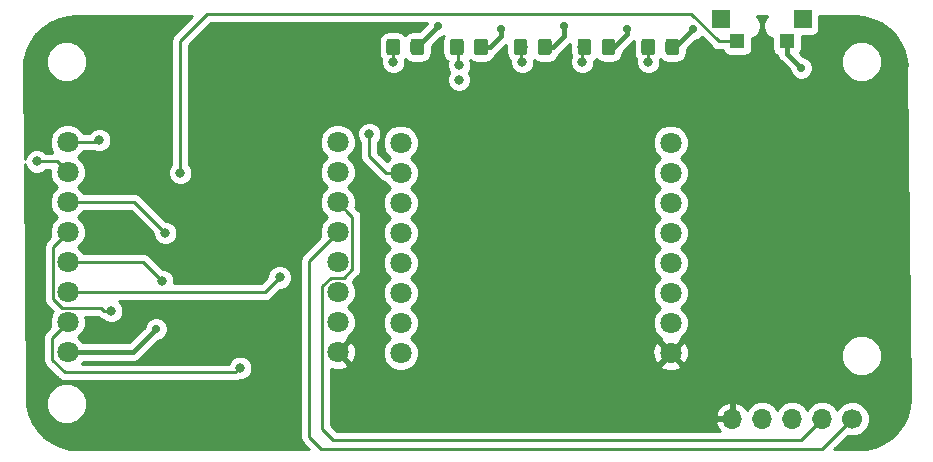
<source format=gbr>
G04 #@! TF.GenerationSoftware,KiCad,Pcbnew,(5.0.1-3-g963ef8bb5)*
G04 #@! TF.CreationDate,2019-04-05T16:27:06+08:00*
G04 #@! TF.ProjectId,cactus,6361637475732E6B696361645F706362,rev?*
G04 #@! TF.SameCoordinates,Original*
G04 #@! TF.FileFunction,Copper,L1,Top,Signal*
G04 #@! TF.FilePolarity,Positive*
%FSLAX46Y46*%
G04 Gerber Fmt 4.6, Leading zero omitted, Abs format (unit mm)*
G04 Created by KiCad (PCBNEW (5.0.1-3-g963ef8bb5)) date 2019 April 05, Friday 16:27:06*
%MOMM*%
%LPD*%
G01*
G04 APERTURE LIST*
G04 #@! TA.AperFunction,ComponentPad*
%ADD10C,1.800000*%
G04 #@! TD*
G04 #@! TA.AperFunction,ComponentPad*
%ADD11O,1.700000X1.700000*%
G04 #@! TD*
G04 #@! TA.AperFunction,ComponentPad*
%ADD12C,1.700000*%
G04 #@! TD*
G04 #@! TA.AperFunction,SMDPad,CuDef*
%ADD13R,1.500000X1.500000*%
G04 #@! TD*
G04 #@! TA.AperFunction,SMDPad,CuDef*
%ADD14R,1.200000X1.200000*%
G04 #@! TD*
G04 #@! TA.AperFunction,Conductor*
%ADD15C,0.100000*%
G04 #@! TD*
G04 #@! TA.AperFunction,SMDPad,CuDef*
%ADD16C,1.150000*%
G04 #@! TD*
G04 #@! TA.AperFunction,ViaPad*
%ADD17C,0.800000*%
G04 #@! TD*
G04 #@! TA.AperFunction,ViaPad*
%ADD18C,0.700000*%
G04 #@! TD*
G04 #@! TA.AperFunction,Conductor*
%ADD19C,0.250000*%
G04 #@! TD*
G04 #@! TA.AperFunction,Conductor*
%ADD20C,0.400000*%
G04 #@! TD*
G04 #@! TA.AperFunction,Conductor*
%ADD21C,0.254000*%
G04 #@! TD*
G04 APERTURE END LIST*
D10*
G04 #@! TO.P,U1,8*
G04 #@! TO.N,N/C*
X169545000Y-62230000D03*
G04 #@! TO.P,U1,7*
X169545000Y-64770000D03*
G04 #@! TO.P,U1,6*
X169545000Y-67310000D03*
G04 #@! TO.P,U1,5*
X169545000Y-69850000D03*
G04 #@! TO.P,U1,4*
X169545000Y-72390000D03*
G04 #@! TO.P,U1,3*
X169545000Y-74930000D03*
G04 #@! TO.P,U1,2*
G04 #@! TO.N,GND*
X169545000Y-77470000D03*
G04 #@! TO.P,U1,1*
G04 #@! TO.N,VCC*
X169545000Y-80010000D03*
G04 #@! TO.P,U1,16*
G04 #@! TO.N,N/C*
X146685000Y-80010000D03*
G04 #@! TO.P,U1,15*
X146685000Y-77470000D03*
G04 #@! TO.P,U1,14*
X146685000Y-74930000D03*
G04 #@! TO.P,U1,13*
X146685000Y-72390000D03*
G04 #@! TO.P,U1,12*
X146685000Y-69850000D03*
G04 #@! TO.P,U1,11*
X146685000Y-67310000D03*
G04 #@! TO.P,U1,10*
G04 #@! TO.N,/A0*
X146685000Y-64770000D03*
G04 #@! TO.P,U1,9*
G04 #@! TO.N,N/C*
X146685000Y-62230000D03*
G04 #@! TD*
G04 #@! TO.P,U2,9*
G04 #@! TO.N,/RST*
X118491000Y-62166500D03*
G04 #@! TO.P,U2,10*
G04 #@! TO.N,/A0*
X118491000Y-64706500D03*
G04 #@! TO.P,U2,11*
G04 #@! TO.N,/D0*
X118491000Y-67246500D03*
G04 #@! TO.P,U2,12*
G04 #@! TO.N,/D5*
X118491000Y-69786500D03*
G04 #@! TO.P,U2,13*
G04 #@! TO.N,/D6*
X118491000Y-72326500D03*
G04 #@! TO.P,U2,14*
G04 #@! TO.N,/D7*
X118491000Y-74866500D03*
G04 #@! TO.P,U2,15*
G04 #@! TO.N,/D8*
X118491000Y-77406500D03*
G04 #@! TO.P,U2,16*
G04 #@! TO.N,/3_3V*
X118491000Y-79946500D03*
G04 #@! TO.P,U2,1*
G04 #@! TO.N,VCC*
X141351000Y-79946500D03*
G04 #@! TO.P,U2,2*
G04 #@! TO.N,GND*
X141351000Y-77406500D03*
G04 #@! TO.P,U2,3*
G04 #@! TO.N,/EN*
X141351000Y-74866500D03*
G04 #@! TO.P,U2,4*
G04 #@! TO.N,N/C*
X141351000Y-72326500D03*
G04 #@! TO.P,U2,5*
G04 #@! TO.N,/I2C_SDA*
X141351000Y-69786500D03*
G04 #@! TO.P,U2,6*
G04 #@! TO.N,/I2C_SCL*
X141351000Y-67246500D03*
G04 #@! TO.P,U2,7*
G04 #@! TO.N,N/C*
X141351000Y-64706500D03*
G04 #@! TO.P,U2,8*
X141351000Y-62166500D03*
G04 #@! TD*
D11*
G04 #@! TO.P,U4,5*
G04 #@! TO.N,VCC*
X174752000Y-85598000D03*
G04 #@! TO.P,U4,4*
G04 #@! TO.N,Net-(R9-Pad2)*
X177292000Y-85598000D03*
G04 #@! TO.P,U4,3*
G04 #@! TO.N,GND*
X179832000Y-85598000D03*
G04 #@! TO.P,U4,2*
G04 #@! TO.N,/I2C_SCL*
X182372000Y-85598000D03*
D12*
G04 #@! TO.P,U4,1*
G04 #@! TO.N,/I2C_SDA*
X184912000Y-85598000D03*
G04 #@! TD*
D13*
G04 #@! TO.P,SW1,*
G04 #@! TO.N,*
X173842000Y-51774000D03*
D14*
G04 #@! TO.P,SW1,1*
G04 #@! TO.N,Net-(C1-Pad2)*
X175192000Y-53624000D03*
G04 #@! TO.P,SW1,2*
G04 #@! TO.N,GND*
X179392000Y-53624000D03*
D13*
G04 #@! TO.P,SW1,*
G04 #@! TO.N,*
X180742000Y-51774000D03*
G04 #@! TD*
D15*
G04 #@! TO.N,GND*
G04 #@! TO.C,D1*
G36*
X148440505Y-53403204D02*
X148464773Y-53406804D01*
X148488572Y-53412765D01*
X148511671Y-53421030D01*
X148533850Y-53431520D01*
X148554893Y-53444132D01*
X148574599Y-53458747D01*
X148592777Y-53475223D01*
X148609253Y-53493401D01*
X148623868Y-53513107D01*
X148636480Y-53534150D01*
X148646970Y-53556329D01*
X148655235Y-53579428D01*
X148661196Y-53603227D01*
X148664796Y-53627495D01*
X148666000Y-53651999D01*
X148666000Y-54552001D01*
X148664796Y-54576505D01*
X148661196Y-54600773D01*
X148655235Y-54624572D01*
X148646970Y-54647671D01*
X148636480Y-54669850D01*
X148623868Y-54690893D01*
X148609253Y-54710599D01*
X148592777Y-54728777D01*
X148574599Y-54745253D01*
X148554893Y-54759868D01*
X148533850Y-54772480D01*
X148511671Y-54782970D01*
X148488572Y-54791235D01*
X148464773Y-54797196D01*
X148440505Y-54800796D01*
X148416001Y-54802000D01*
X147765999Y-54802000D01*
X147741495Y-54800796D01*
X147717227Y-54797196D01*
X147693428Y-54791235D01*
X147670329Y-54782970D01*
X147648150Y-54772480D01*
X147627107Y-54759868D01*
X147607401Y-54745253D01*
X147589223Y-54728777D01*
X147572747Y-54710599D01*
X147558132Y-54690893D01*
X147545520Y-54669850D01*
X147535030Y-54647671D01*
X147526765Y-54624572D01*
X147520804Y-54600773D01*
X147517204Y-54576505D01*
X147516000Y-54552001D01*
X147516000Y-53651999D01*
X147517204Y-53627495D01*
X147520804Y-53603227D01*
X147526765Y-53579428D01*
X147535030Y-53556329D01*
X147545520Y-53534150D01*
X147558132Y-53513107D01*
X147572747Y-53493401D01*
X147589223Y-53475223D01*
X147607401Y-53458747D01*
X147627107Y-53444132D01*
X147648150Y-53431520D01*
X147670329Y-53421030D01*
X147693428Y-53412765D01*
X147717227Y-53406804D01*
X147741495Y-53403204D01*
X147765999Y-53402000D01*
X148416001Y-53402000D01*
X148440505Y-53403204D01*
X148440505Y-53403204D01*
G37*
D16*
G04 #@! TD*
G04 #@! TO.P,D1,1*
G04 #@! TO.N,GND*
X148091000Y-54102000D03*
D15*
G04 #@! TO.N,Net-(D1-Pad2)*
G04 #@! TO.C,D1*
G36*
X146390505Y-53403204D02*
X146414773Y-53406804D01*
X146438572Y-53412765D01*
X146461671Y-53421030D01*
X146483850Y-53431520D01*
X146504893Y-53444132D01*
X146524599Y-53458747D01*
X146542777Y-53475223D01*
X146559253Y-53493401D01*
X146573868Y-53513107D01*
X146586480Y-53534150D01*
X146596970Y-53556329D01*
X146605235Y-53579428D01*
X146611196Y-53603227D01*
X146614796Y-53627495D01*
X146616000Y-53651999D01*
X146616000Y-54552001D01*
X146614796Y-54576505D01*
X146611196Y-54600773D01*
X146605235Y-54624572D01*
X146596970Y-54647671D01*
X146586480Y-54669850D01*
X146573868Y-54690893D01*
X146559253Y-54710599D01*
X146542777Y-54728777D01*
X146524599Y-54745253D01*
X146504893Y-54759868D01*
X146483850Y-54772480D01*
X146461671Y-54782970D01*
X146438572Y-54791235D01*
X146414773Y-54797196D01*
X146390505Y-54800796D01*
X146366001Y-54802000D01*
X145715999Y-54802000D01*
X145691495Y-54800796D01*
X145667227Y-54797196D01*
X145643428Y-54791235D01*
X145620329Y-54782970D01*
X145598150Y-54772480D01*
X145577107Y-54759868D01*
X145557401Y-54745253D01*
X145539223Y-54728777D01*
X145522747Y-54710599D01*
X145508132Y-54690893D01*
X145495520Y-54669850D01*
X145485030Y-54647671D01*
X145476765Y-54624572D01*
X145470804Y-54600773D01*
X145467204Y-54576505D01*
X145466000Y-54552001D01*
X145466000Y-53651999D01*
X145467204Y-53627495D01*
X145470804Y-53603227D01*
X145476765Y-53579428D01*
X145485030Y-53556329D01*
X145495520Y-53534150D01*
X145508132Y-53513107D01*
X145522747Y-53493401D01*
X145539223Y-53475223D01*
X145557401Y-53458747D01*
X145577107Y-53444132D01*
X145598150Y-53431520D01*
X145620329Y-53421030D01*
X145643428Y-53412765D01*
X145667227Y-53406804D01*
X145691495Y-53403204D01*
X145715999Y-53402000D01*
X146366001Y-53402000D01*
X146390505Y-53403204D01*
X146390505Y-53403204D01*
G37*
D16*
G04 #@! TD*
G04 #@! TO.P,D1,2*
G04 #@! TO.N,Net-(D1-Pad2)*
X146041000Y-54102000D03*
D15*
G04 #@! TO.N,Net-(D2-Pad2)*
G04 #@! TO.C,D2*
G36*
X151788005Y-53403204D02*
X151812273Y-53406804D01*
X151836072Y-53412765D01*
X151859171Y-53421030D01*
X151881350Y-53431520D01*
X151902393Y-53444132D01*
X151922099Y-53458747D01*
X151940277Y-53475223D01*
X151956753Y-53493401D01*
X151971368Y-53513107D01*
X151983980Y-53534150D01*
X151994470Y-53556329D01*
X152002735Y-53579428D01*
X152008696Y-53603227D01*
X152012296Y-53627495D01*
X152013500Y-53651999D01*
X152013500Y-54552001D01*
X152012296Y-54576505D01*
X152008696Y-54600773D01*
X152002735Y-54624572D01*
X151994470Y-54647671D01*
X151983980Y-54669850D01*
X151971368Y-54690893D01*
X151956753Y-54710599D01*
X151940277Y-54728777D01*
X151922099Y-54745253D01*
X151902393Y-54759868D01*
X151881350Y-54772480D01*
X151859171Y-54782970D01*
X151836072Y-54791235D01*
X151812273Y-54797196D01*
X151788005Y-54800796D01*
X151763501Y-54802000D01*
X151113499Y-54802000D01*
X151088995Y-54800796D01*
X151064727Y-54797196D01*
X151040928Y-54791235D01*
X151017829Y-54782970D01*
X150995650Y-54772480D01*
X150974607Y-54759868D01*
X150954901Y-54745253D01*
X150936723Y-54728777D01*
X150920247Y-54710599D01*
X150905632Y-54690893D01*
X150893020Y-54669850D01*
X150882530Y-54647671D01*
X150874265Y-54624572D01*
X150868304Y-54600773D01*
X150864704Y-54576505D01*
X150863500Y-54552001D01*
X150863500Y-53651999D01*
X150864704Y-53627495D01*
X150868304Y-53603227D01*
X150874265Y-53579428D01*
X150882530Y-53556329D01*
X150893020Y-53534150D01*
X150905632Y-53513107D01*
X150920247Y-53493401D01*
X150936723Y-53475223D01*
X150954901Y-53458747D01*
X150974607Y-53444132D01*
X150995650Y-53431520D01*
X151017829Y-53421030D01*
X151040928Y-53412765D01*
X151064727Y-53406804D01*
X151088995Y-53403204D01*
X151113499Y-53402000D01*
X151763501Y-53402000D01*
X151788005Y-53403204D01*
X151788005Y-53403204D01*
G37*
D16*
G04 #@! TD*
G04 #@! TO.P,D2,2*
G04 #@! TO.N,Net-(D2-Pad2)*
X151438500Y-54102000D03*
D15*
G04 #@! TO.N,GND*
G04 #@! TO.C,D2*
G36*
X153838005Y-53403204D02*
X153862273Y-53406804D01*
X153886072Y-53412765D01*
X153909171Y-53421030D01*
X153931350Y-53431520D01*
X153952393Y-53444132D01*
X153972099Y-53458747D01*
X153990277Y-53475223D01*
X154006753Y-53493401D01*
X154021368Y-53513107D01*
X154033980Y-53534150D01*
X154044470Y-53556329D01*
X154052735Y-53579428D01*
X154058696Y-53603227D01*
X154062296Y-53627495D01*
X154063500Y-53651999D01*
X154063500Y-54552001D01*
X154062296Y-54576505D01*
X154058696Y-54600773D01*
X154052735Y-54624572D01*
X154044470Y-54647671D01*
X154033980Y-54669850D01*
X154021368Y-54690893D01*
X154006753Y-54710599D01*
X153990277Y-54728777D01*
X153972099Y-54745253D01*
X153952393Y-54759868D01*
X153931350Y-54772480D01*
X153909171Y-54782970D01*
X153886072Y-54791235D01*
X153862273Y-54797196D01*
X153838005Y-54800796D01*
X153813501Y-54802000D01*
X153163499Y-54802000D01*
X153138995Y-54800796D01*
X153114727Y-54797196D01*
X153090928Y-54791235D01*
X153067829Y-54782970D01*
X153045650Y-54772480D01*
X153024607Y-54759868D01*
X153004901Y-54745253D01*
X152986723Y-54728777D01*
X152970247Y-54710599D01*
X152955632Y-54690893D01*
X152943020Y-54669850D01*
X152932530Y-54647671D01*
X152924265Y-54624572D01*
X152918304Y-54600773D01*
X152914704Y-54576505D01*
X152913500Y-54552001D01*
X152913500Y-53651999D01*
X152914704Y-53627495D01*
X152918304Y-53603227D01*
X152924265Y-53579428D01*
X152932530Y-53556329D01*
X152943020Y-53534150D01*
X152955632Y-53513107D01*
X152970247Y-53493401D01*
X152986723Y-53475223D01*
X153004901Y-53458747D01*
X153024607Y-53444132D01*
X153045650Y-53431520D01*
X153067829Y-53421030D01*
X153090928Y-53412765D01*
X153114727Y-53406804D01*
X153138995Y-53403204D01*
X153163499Y-53402000D01*
X153813501Y-53402000D01*
X153838005Y-53403204D01*
X153838005Y-53403204D01*
G37*
D16*
G04 #@! TD*
G04 #@! TO.P,D2,1*
G04 #@! TO.N,GND*
X153488500Y-54102000D03*
D15*
G04 #@! TO.N,GND*
G04 #@! TO.C,D3*
G36*
X159235505Y-53403204D02*
X159259773Y-53406804D01*
X159283572Y-53412765D01*
X159306671Y-53421030D01*
X159328850Y-53431520D01*
X159349893Y-53444132D01*
X159369599Y-53458747D01*
X159387777Y-53475223D01*
X159404253Y-53493401D01*
X159418868Y-53513107D01*
X159431480Y-53534150D01*
X159441970Y-53556329D01*
X159450235Y-53579428D01*
X159456196Y-53603227D01*
X159459796Y-53627495D01*
X159461000Y-53651999D01*
X159461000Y-54552001D01*
X159459796Y-54576505D01*
X159456196Y-54600773D01*
X159450235Y-54624572D01*
X159441970Y-54647671D01*
X159431480Y-54669850D01*
X159418868Y-54690893D01*
X159404253Y-54710599D01*
X159387777Y-54728777D01*
X159369599Y-54745253D01*
X159349893Y-54759868D01*
X159328850Y-54772480D01*
X159306671Y-54782970D01*
X159283572Y-54791235D01*
X159259773Y-54797196D01*
X159235505Y-54800796D01*
X159211001Y-54802000D01*
X158560999Y-54802000D01*
X158536495Y-54800796D01*
X158512227Y-54797196D01*
X158488428Y-54791235D01*
X158465329Y-54782970D01*
X158443150Y-54772480D01*
X158422107Y-54759868D01*
X158402401Y-54745253D01*
X158384223Y-54728777D01*
X158367747Y-54710599D01*
X158353132Y-54690893D01*
X158340520Y-54669850D01*
X158330030Y-54647671D01*
X158321765Y-54624572D01*
X158315804Y-54600773D01*
X158312204Y-54576505D01*
X158311000Y-54552001D01*
X158311000Y-53651999D01*
X158312204Y-53627495D01*
X158315804Y-53603227D01*
X158321765Y-53579428D01*
X158330030Y-53556329D01*
X158340520Y-53534150D01*
X158353132Y-53513107D01*
X158367747Y-53493401D01*
X158384223Y-53475223D01*
X158402401Y-53458747D01*
X158422107Y-53444132D01*
X158443150Y-53431520D01*
X158465329Y-53421030D01*
X158488428Y-53412765D01*
X158512227Y-53406804D01*
X158536495Y-53403204D01*
X158560999Y-53402000D01*
X159211001Y-53402000D01*
X159235505Y-53403204D01*
X159235505Y-53403204D01*
G37*
D16*
G04 #@! TD*
G04 #@! TO.P,D3,1*
G04 #@! TO.N,GND*
X158886000Y-54102000D03*
D15*
G04 #@! TO.N,Net-(D3-Pad2)*
G04 #@! TO.C,D3*
G36*
X157185505Y-53403204D02*
X157209773Y-53406804D01*
X157233572Y-53412765D01*
X157256671Y-53421030D01*
X157278850Y-53431520D01*
X157299893Y-53444132D01*
X157319599Y-53458747D01*
X157337777Y-53475223D01*
X157354253Y-53493401D01*
X157368868Y-53513107D01*
X157381480Y-53534150D01*
X157391970Y-53556329D01*
X157400235Y-53579428D01*
X157406196Y-53603227D01*
X157409796Y-53627495D01*
X157411000Y-53651999D01*
X157411000Y-54552001D01*
X157409796Y-54576505D01*
X157406196Y-54600773D01*
X157400235Y-54624572D01*
X157391970Y-54647671D01*
X157381480Y-54669850D01*
X157368868Y-54690893D01*
X157354253Y-54710599D01*
X157337777Y-54728777D01*
X157319599Y-54745253D01*
X157299893Y-54759868D01*
X157278850Y-54772480D01*
X157256671Y-54782970D01*
X157233572Y-54791235D01*
X157209773Y-54797196D01*
X157185505Y-54800796D01*
X157161001Y-54802000D01*
X156510999Y-54802000D01*
X156486495Y-54800796D01*
X156462227Y-54797196D01*
X156438428Y-54791235D01*
X156415329Y-54782970D01*
X156393150Y-54772480D01*
X156372107Y-54759868D01*
X156352401Y-54745253D01*
X156334223Y-54728777D01*
X156317747Y-54710599D01*
X156303132Y-54690893D01*
X156290520Y-54669850D01*
X156280030Y-54647671D01*
X156271765Y-54624572D01*
X156265804Y-54600773D01*
X156262204Y-54576505D01*
X156261000Y-54552001D01*
X156261000Y-53651999D01*
X156262204Y-53627495D01*
X156265804Y-53603227D01*
X156271765Y-53579428D01*
X156280030Y-53556329D01*
X156290520Y-53534150D01*
X156303132Y-53513107D01*
X156317747Y-53493401D01*
X156334223Y-53475223D01*
X156352401Y-53458747D01*
X156372107Y-53444132D01*
X156393150Y-53431520D01*
X156415329Y-53421030D01*
X156438428Y-53412765D01*
X156462227Y-53406804D01*
X156486495Y-53403204D01*
X156510999Y-53402000D01*
X157161001Y-53402000D01*
X157185505Y-53403204D01*
X157185505Y-53403204D01*
G37*
D16*
G04 #@! TD*
G04 #@! TO.P,D3,2*
G04 #@! TO.N,Net-(D3-Pad2)*
X156836000Y-54102000D03*
D15*
G04 #@! TO.N,Net-(D4-Pad2)*
G04 #@! TO.C,D4*
G36*
X162583005Y-53403204D02*
X162607273Y-53406804D01*
X162631072Y-53412765D01*
X162654171Y-53421030D01*
X162676350Y-53431520D01*
X162697393Y-53444132D01*
X162717099Y-53458747D01*
X162735277Y-53475223D01*
X162751753Y-53493401D01*
X162766368Y-53513107D01*
X162778980Y-53534150D01*
X162789470Y-53556329D01*
X162797735Y-53579428D01*
X162803696Y-53603227D01*
X162807296Y-53627495D01*
X162808500Y-53651999D01*
X162808500Y-54552001D01*
X162807296Y-54576505D01*
X162803696Y-54600773D01*
X162797735Y-54624572D01*
X162789470Y-54647671D01*
X162778980Y-54669850D01*
X162766368Y-54690893D01*
X162751753Y-54710599D01*
X162735277Y-54728777D01*
X162717099Y-54745253D01*
X162697393Y-54759868D01*
X162676350Y-54772480D01*
X162654171Y-54782970D01*
X162631072Y-54791235D01*
X162607273Y-54797196D01*
X162583005Y-54800796D01*
X162558501Y-54802000D01*
X161908499Y-54802000D01*
X161883995Y-54800796D01*
X161859727Y-54797196D01*
X161835928Y-54791235D01*
X161812829Y-54782970D01*
X161790650Y-54772480D01*
X161769607Y-54759868D01*
X161749901Y-54745253D01*
X161731723Y-54728777D01*
X161715247Y-54710599D01*
X161700632Y-54690893D01*
X161688020Y-54669850D01*
X161677530Y-54647671D01*
X161669265Y-54624572D01*
X161663304Y-54600773D01*
X161659704Y-54576505D01*
X161658500Y-54552001D01*
X161658500Y-53651999D01*
X161659704Y-53627495D01*
X161663304Y-53603227D01*
X161669265Y-53579428D01*
X161677530Y-53556329D01*
X161688020Y-53534150D01*
X161700632Y-53513107D01*
X161715247Y-53493401D01*
X161731723Y-53475223D01*
X161749901Y-53458747D01*
X161769607Y-53444132D01*
X161790650Y-53431520D01*
X161812829Y-53421030D01*
X161835928Y-53412765D01*
X161859727Y-53406804D01*
X161883995Y-53403204D01*
X161908499Y-53402000D01*
X162558501Y-53402000D01*
X162583005Y-53403204D01*
X162583005Y-53403204D01*
G37*
D16*
G04 #@! TD*
G04 #@! TO.P,D4,2*
G04 #@! TO.N,Net-(D4-Pad2)*
X162233500Y-54102000D03*
D15*
G04 #@! TO.N,GND*
G04 #@! TO.C,D4*
G36*
X164633005Y-53403204D02*
X164657273Y-53406804D01*
X164681072Y-53412765D01*
X164704171Y-53421030D01*
X164726350Y-53431520D01*
X164747393Y-53444132D01*
X164767099Y-53458747D01*
X164785277Y-53475223D01*
X164801753Y-53493401D01*
X164816368Y-53513107D01*
X164828980Y-53534150D01*
X164839470Y-53556329D01*
X164847735Y-53579428D01*
X164853696Y-53603227D01*
X164857296Y-53627495D01*
X164858500Y-53651999D01*
X164858500Y-54552001D01*
X164857296Y-54576505D01*
X164853696Y-54600773D01*
X164847735Y-54624572D01*
X164839470Y-54647671D01*
X164828980Y-54669850D01*
X164816368Y-54690893D01*
X164801753Y-54710599D01*
X164785277Y-54728777D01*
X164767099Y-54745253D01*
X164747393Y-54759868D01*
X164726350Y-54772480D01*
X164704171Y-54782970D01*
X164681072Y-54791235D01*
X164657273Y-54797196D01*
X164633005Y-54800796D01*
X164608501Y-54802000D01*
X163958499Y-54802000D01*
X163933995Y-54800796D01*
X163909727Y-54797196D01*
X163885928Y-54791235D01*
X163862829Y-54782970D01*
X163840650Y-54772480D01*
X163819607Y-54759868D01*
X163799901Y-54745253D01*
X163781723Y-54728777D01*
X163765247Y-54710599D01*
X163750632Y-54690893D01*
X163738020Y-54669850D01*
X163727530Y-54647671D01*
X163719265Y-54624572D01*
X163713304Y-54600773D01*
X163709704Y-54576505D01*
X163708500Y-54552001D01*
X163708500Y-53651999D01*
X163709704Y-53627495D01*
X163713304Y-53603227D01*
X163719265Y-53579428D01*
X163727530Y-53556329D01*
X163738020Y-53534150D01*
X163750632Y-53513107D01*
X163765247Y-53493401D01*
X163781723Y-53475223D01*
X163799901Y-53458747D01*
X163819607Y-53444132D01*
X163840650Y-53431520D01*
X163862829Y-53421030D01*
X163885928Y-53412765D01*
X163909727Y-53406804D01*
X163933995Y-53403204D01*
X163958499Y-53402000D01*
X164608501Y-53402000D01*
X164633005Y-53403204D01*
X164633005Y-53403204D01*
G37*
D16*
G04 #@! TD*
G04 #@! TO.P,D4,1*
G04 #@! TO.N,GND*
X164283500Y-54102000D03*
D15*
G04 #@! TO.N,GND*
G04 #@! TO.C,D5*
G36*
X170030505Y-53403204D02*
X170054773Y-53406804D01*
X170078572Y-53412765D01*
X170101671Y-53421030D01*
X170123850Y-53431520D01*
X170144893Y-53444132D01*
X170164599Y-53458747D01*
X170182777Y-53475223D01*
X170199253Y-53493401D01*
X170213868Y-53513107D01*
X170226480Y-53534150D01*
X170236970Y-53556329D01*
X170245235Y-53579428D01*
X170251196Y-53603227D01*
X170254796Y-53627495D01*
X170256000Y-53651999D01*
X170256000Y-54552001D01*
X170254796Y-54576505D01*
X170251196Y-54600773D01*
X170245235Y-54624572D01*
X170236970Y-54647671D01*
X170226480Y-54669850D01*
X170213868Y-54690893D01*
X170199253Y-54710599D01*
X170182777Y-54728777D01*
X170164599Y-54745253D01*
X170144893Y-54759868D01*
X170123850Y-54772480D01*
X170101671Y-54782970D01*
X170078572Y-54791235D01*
X170054773Y-54797196D01*
X170030505Y-54800796D01*
X170006001Y-54802000D01*
X169355999Y-54802000D01*
X169331495Y-54800796D01*
X169307227Y-54797196D01*
X169283428Y-54791235D01*
X169260329Y-54782970D01*
X169238150Y-54772480D01*
X169217107Y-54759868D01*
X169197401Y-54745253D01*
X169179223Y-54728777D01*
X169162747Y-54710599D01*
X169148132Y-54690893D01*
X169135520Y-54669850D01*
X169125030Y-54647671D01*
X169116765Y-54624572D01*
X169110804Y-54600773D01*
X169107204Y-54576505D01*
X169106000Y-54552001D01*
X169106000Y-53651999D01*
X169107204Y-53627495D01*
X169110804Y-53603227D01*
X169116765Y-53579428D01*
X169125030Y-53556329D01*
X169135520Y-53534150D01*
X169148132Y-53513107D01*
X169162747Y-53493401D01*
X169179223Y-53475223D01*
X169197401Y-53458747D01*
X169217107Y-53444132D01*
X169238150Y-53431520D01*
X169260329Y-53421030D01*
X169283428Y-53412765D01*
X169307227Y-53406804D01*
X169331495Y-53403204D01*
X169355999Y-53402000D01*
X170006001Y-53402000D01*
X170030505Y-53403204D01*
X170030505Y-53403204D01*
G37*
D16*
G04 #@! TD*
G04 #@! TO.P,D5,1*
G04 #@! TO.N,GND*
X169681000Y-54102000D03*
D15*
G04 #@! TO.N,Net-(D5-Pad2)*
G04 #@! TO.C,D5*
G36*
X167980505Y-53403204D02*
X168004773Y-53406804D01*
X168028572Y-53412765D01*
X168051671Y-53421030D01*
X168073850Y-53431520D01*
X168094893Y-53444132D01*
X168114599Y-53458747D01*
X168132777Y-53475223D01*
X168149253Y-53493401D01*
X168163868Y-53513107D01*
X168176480Y-53534150D01*
X168186970Y-53556329D01*
X168195235Y-53579428D01*
X168201196Y-53603227D01*
X168204796Y-53627495D01*
X168206000Y-53651999D01*
X168206000Y-54552001D01*
X168204796Y-54576505D01*
X168201196Y-54600773D01*
X168195235Y-54624572D01*
X168186970Y-54647671D01*
X168176480Y-54669850D01*
X168163868Y-54690893D01*
X168149253Y-54710599D01*
X168132777Y-54728777D01*
X168114599Y-54745253D01*
X168094893Y-54759868D01*
X168073850Y-54772480D01*
X168051671Y-54782970D01*
X168028572Y-54791235D01*
X168004773Y-54797196D01*
X167980505Y-54800796D01*
X167956001Y-54802000D01*
X167305999Y-54802000D01*
X167281495Y-54800796D01*
X167257227Y-54797196D01*
X167233428Y-54791235D01*
X167210329Y-54782970D01*
X167188150Y-54772480D01*
X167167107Y-54759868D01*
X167147401Y-54745253D01*
X167129223Y-54728777D01*
X167112747Y-54710599D01*
X167098132Y-54690893D01*
X167085520Y-54669850D01*
X167075030Y-54647671D01*
X167066765Y-54624572D01*
X167060804Y-54600773D01*
X167057204Y-54576505D01*
X167056000Y-54552001D01*
X167056000Y-53651999D01*
X167057204Y-53627495D01*
X167060804Y-53603227D01*
X167066765Y-53579428D01*
X167075030Y-53556329D01*
X167085520Y-53534150D01*
X167098132Y-53513107D01*
X167112747Y-53493401D01*
X167129223Y-53475223D01*
X167147401Y-53458747D01*
X167167107Y-53444132D01*
X167188150Y-53431520D01*
X167210329Y-53421030D01*
X167233428Y-53412765D01*
X167257227Y-53406804D01*
X167281495Y-53403204D01*
X167305999Y-53402000D01*
X167956001Y-53402000D01*
X167980505Y-53403204D01*
X167980505Y-53403204D01*
G37*
D16*
G04 #@! TD*
G04 #@! TO.P,D5,2*
G04 #@! TO.N,Net-(D5-Pad2)*
X167631000Y-54102000D03*
D17*
G04 #@! TO.N,/RST*
X121158000Y-61976000D03*
G04 #@! TO.N,Net-(C1-Pad2)*
X128016000Y-64770000D03*
D18*
G04 #@! TO.N,GND*
X180594000Y-55880000D03*
X171450000Y-52578000D03*
X165862000Y-52578000D03*
X160528000Y-52324000D03*
X149860000Y-52333000D03*
X155194000Y-52578000D03*
D17*
G04 #@! TO.N,Net-(D1-Pad2)*
X146050000Y-55372000D03*
G04 #@! TO.N,Net-(D2-Pad2)*
X151638000Y-55626000D03*
X151620000Y-56896000D03*
G04 #@! TO.N,Net-(D3-Pad2)*
X156972000Y-55372000D03*
G04 #@! TO.N,Net-(D4-Pad2)*
X162052000Y-55372000D03*
G04 #@! TO.N,Net-(D5-Pad2)*
X167640000Y-55372000D03*
G04 #@! TO.N,/D0*
X126746000Y-69850000D03*
G04 #@! TO.N,/D6*
X126492000Y-73914000D03*
D18*
G04 #@! TO.N,/3_3V*
X125984000Y-77978000D03*
G04 #@! TO.N,VCC*
X160274000Y-72644000D03*
D17*
G04 #@! TO.N,/A0*
X115876501Y-63806501D03*
X144018000Y-61468000D03*
G04 #@! TO.N,/D5*
X122174000Y-76454000D03*
G04 #@! TO.N,/D7*
X136442999Y-73615001D03*
G04 #@! TO.N,/D8*
X133096000Y-81271499D03*
G04 #@! TD*
D19*
G04 #@! TO.N,/RST*
X120967500Y-62166500D02*
X121158000Y-61976000D01*
X118491000Y-62166500D02*
X120967500Y-62166500D01*
G04 #@! TO.N,Net-(C1-Pad2)*
X171290998Y-51308000D02*
X173606998Y-53624000D01*
X128016000Y-53594000D02*
X130302000Y-51308000D01*
X173606998Y-53624000D02*
X174342000Y-53624000D01*
X130302000Y-51308000D02*
X171290998Y-51308000D01*
X174342000Y-53624000D02*
X175192000Y-53624000D01*
X128016000Y-64770000D02*
X128016000Y-53594000D01*
D20*
G04 #@! TO.N,GND*
X179392000Y-54678000D02*
X180594000Y-55880000D01*
X179392000Y-53624000D02*
X179392000Y-54678000D01*
X169926000Y-54102000D02*
X171450000Y-52578000D01*
X169681000Y-54102000D02*
X169926000Y-54102000D01*
X164768000Y-54102000D02*
X165862000Y-53008000D01*
X164093000Y-54102000D02*
X164768000Y-54102000D01*
X165862000Y-53008000D02*
X165862000Y-52578000D01*
X159570000Y-54102000D02*
X160528000Y-53144000D01*
X158895000Y-54102000D02*
X159570000Y-54102000D01*
X160528000Y-53144000D02*
X160528000Y-52324000D01*
X148091000Y-54102000D02*
X149860000Y-52333000D01*
X154236000Y-54102000D02*
X155194000Y-53144000D01*
X153561000Y-54102000D02*
X154236000Y-54102000D01*
X155194000Y-53144000D02*
X155194000Y-52578000D01*
D19*
G04 #@! TO.N,Net-(D1-Pad2)*
X146041000Y-55363000D02*
X146050000Y-55372000D01*
X146041000Y-54102000D02*
X146041000Y-55363000D01*
G04 #@! TO.N,Net-(D2-Pad2)*
X151511000Y-55499000D02*
X151638000Y-55626000D01*
X151511000Y-54102000D02*
X151511000Y-55499000D01*
G04 #@! TO.N,Net-(D3-Pad2)*
X156845000Y-55245000D02*
X156972000Y-55372000D01*
X156845000Y-54102000D02*
X156845000Y-55245000D01*
G04 #@! TO.N,Net-(D4-Pad2)*
X162043000Y-55363000D02*
X162052000Y-55372000D01*
X162043000Y-54102000D02*
X162043000Y-55363000D01*
G04 #@! TO.N,Net-(D5-Pad2)*
X167631000Y-55363000D02*
X167640000Y-55372000D01*
X167631000Y-54102000D02*
X167631000Y-55363000D01*
G04 #@! TO.N,/D0*
X124142500Y-67246500D02*
X126746000Y-69850000D01*
X118491000Y-67246500D02*
X124142500Y-67246500D01*
G04 #@! TO.N,/D6*
X124904500Y-72326500D02*
X126492000Y-73914000D01*
X118491000Y-72326500D02*
X124904500Y-72326500D01*
D20*
G04 #@! TO.N,/3_3V*
X124015500Y-79946500D02*
X125984000Y-77978000D01*
X118491000Y-79946500D02*
X124015500Y-79946500D01*
D19*
G04 #@! TO.N,/A0*
X117591001Y-63806501D02*
X115876501Y-63806501D01*
X118491000Y-64706500D02*
X117591001Y-63806501D01*
X145412208Y-64770000D02*
X146685000Y-64770000D01*
X144018000Y-63375792D02*
X145412208Y-64770000D01*
X144018000Y-61468000D02*
X144018000Y-63375792D01*
G04 #@! TO.N,/D5*
X117591001Y-70686499D02*
X118491000Y-69786500D01*
X117265999Y-71011501D02*
X117591001Y-70686499D01*
X117265999Y-75454501D02*
X117265999Y-71011501D01*
X117992997Y-76181499D02*
X117265999Y-75454501D01*
X121335814Y-76181499D02*
X117992997Y-76181499D01*
X121608315Y-76454000D02*
X121335814Y-76181499D01*
X122174000Y-76454000D02*
X121608315Y-76454000D01*
G04 #@! TO.N,/D7*
X135191500Y-74866500D02*
X118491000Y-74866500D01*
X136442999Y-73615001D02*
X135191500Y-74866500D01*
G04 #@! TO.N,/D8*
X118491000Y-77406500D02*
X117165999Y-78731501D01*
X117165999Y-78731501D02*
X117165999Y-80582501D01*
X132696001Y-81671498D02*
X133096000Y-81271499D01*
X117165999Y-80582501D02*
X118254996Y-81671498D01*
X118254996Y-81671498D02*
X132696001Y-81671498D01*
G04 #@! TO.N,/I2C_SDA*
X184062001Y-86447999D02*
X184912000Y-85598000D01*
X138938000Y-72199500D02*
X141351000Y-69786500D01*
X138938000Y-87122000D02*
X138938000Y-72199500D01*
X139954000Y-88138000D02*
X138938000Y-87122000D01*
X182372000Y-88138000D02*
X139954000Y-88138000D01*
X184912000Y-85598000D02*
X182372000Y-88138000D01*
G04 #@! TO.N,/I2C_SCL*
X142250999Y-68146499D02*
X141351000Y-67246500D01*
X141849003Y-73641499D02*
X142576001Y-72914501D01*
X142576001Y-68471501D02*
X142250999Y-68146499D01*
X140762999Y-73641499D02*
X141849003Y-73641499D01*
X140025999Y-74378499D02*
X140762999Y-73641499D01*
X140025999Y-86431999D02*
X140025999Y-74378499D01*
X140970000Y-87376000D02*
X140025999Y-86431999D01*
X180594000Y-87376000D02*
X140970000Y-87376000D01*
X142576001Y-72914501D02*
X142576001Y-68471501D01*
X182372000Y-85598000D02*
X180594000Y-87376000D01*
G04 #@! TD*
D21*
G04 #@! TO.N,VCC*
G36*
X127531528Y-53003671D02*
X127468072Y-53046071D01*
X127425672Y-53109527D01*
X127425671Y-53109528D01*
X127300097Y-53297463D01*
X127241112Y-53594000D01*
X127256001Y-53668852D01*
X127256000Y-64066289D01*
X127138569Y-64183720D01*
X126981000Y-64564126D01*
X126981000Y-64975874D01*
X127138569Y-65356280D01*
X127429720Y-65647431D01*
X127810126Y-65805000D01*
X128221874Y-65805000D01*
X128602280Y-65647431D01*
X128893431Y-65356280D01*
X129051000Y-64975874D01*
X129051000Y-64564126D01*
X128893431Y-64183720D01*
X128776000Y-64066289D01*
X128776000Y-53908801D01*
X130616802Y-52068000D01*
X148903610Y-52068000D01*
X148875000Y-52137071D01*
X148875000Y-52137132D01*
X148257573Y-52754560D01*
X147765999Y-52754560D01*
X147422564Y-52822873D01*
X147131414Y-53017414D01*
X147066000Y-53115313D01*
X147000586Y-53017414D01*
X146709436Y-52822873D01*
X146366001Y-52754560D01*
X145715999Y-52754560D01*
X145372564Y-52822873D01*
X145081414Y-53017414D01*
X144886873Y-53308564D01*
X144818560Y-53651999D01*
X144818560Y-54552001D01*
X144886873Y-54895436D01*
X145035184Y-55117398D01*
X145015000Y-55166126D01*
X145015000Y-55577874D01*
X145172569Y-55958280D01*
X145463720Y-56249431D01*
X145844126Y-56407000D01*
X146255874Y-56407000D01*
X146636280Y-56249431D01*
X146927431Y-55958280D01*
X147085000Y-55577874D01*
X147085000Y-55166126D01*
X147057928Y-55100768D01*
X147066000Y-55088687D01*
X147131414Y-55186586D01*
X147422564Y-55381127D01*
X147765999Y-55449440D01*
X148416001Y-55449440D01*
X148759436Y-55381127D01*
X149050586Y-55186586D01*
X149245127Y-54895436D01*
X149313440Y-54552001D01*
X149313440Y-54060427D01*
X150055868Y-53318000D01*
X150055929Y-53318000D01*
X150363078Y-53190774D01*
X150284373Y-53308564D01*
X150216060Y-53651999D01*
X150216060Y-54552001D01*
X150284373Y-54895436D01*
X150478914Y-55186586D01*
X150651867Y-55302150D01*
X150603000Y-55420126D01*
X150603000Y-55831874D01*
X150760569Y-56212280D01*
X150800289Y-56252000D01*
X150742569Y-56309720D01*
X150585000Y-56690126D01*
X150585000Y-57101874D01*
X150742569Y-57482280D01*
X151033720Y-57773431D01*
X151414126Y-57931000D01*
X151825874Y-57931000D01*
X152206280Y-57773431D01*
X152497431Y-57482280D01*
X152655000Y-57101874D01*
X152655000Y-56690126D01*
X152497431Y-56309720D01*
X152457711Y-56270000D01*
X152515431Y-56212280D01*
X152673000Y-55831874D01*
X152673000Y-55420126D01*
X152594385Y-55230333D01*
X152820064Y-55381127D01*
X153163499Y-55449440D01*
X153813501Y-55449440D01*
X154156936Y-55381127D01*
X154448086Y-55186586D01*
X154642627Y-54895436D01*
X154656595Y-54825213D01*
X154838001Y-54704001D01*
X154884587Y-54634280D01*
X155613560Y-53905308D01*
X155613560Y-54552001D01*
X155681873Y-54895436D01*
X155876414Y-55186586D01*
X155937000Y-55227068D01*
X155937000Y-55577874D01*
X156094569Y-55958280D01*
X156385720Y-56249431D01*
X156766126Y-56407000D01*
X157177874Y-56407000D01*
X157558280Y-56249431D01*
X157849431Y-55958280D01*
X158007000Y-55577874D01*
X158007000Y-55240432D01*
X158217564Y-55381127D01*
X158560999Y-55449440D01*
X159211001Y-55449440D01*
X159554436Y-55381127D01*
X159845586Y-55186586D01*
X160040127Y-54895436D01*
X160063829Y-54776280D01*
X160172001Y-54704001D01*
X160218587Y-54634280D01*
X161011060Y-53841808D01*
X161011060Y-54552001D01*
X161079373Y-54895436D01*
X161110085Y-54941399D01*
X161017000Y-55166126D01*
X161017000Y-55577874D01*
X161174569Y-55958280D01*
X161465720Y-56249431D01*
X161846126Y-56407000D01*
X162257874Y-56407000D01*
X162638280Y-56249431D01*
X162929431Y-55958280D01*
X163087000Y-55577874D01*
X163087000Y-55257471D01*
X163193086Y-55186586D01*
X163258500Y-55088687D01*
X163323914Y-55186586D01*
X163615064Y-55381127D01*
X163958499Y-55449440D01*
X164608501Y-55449440D01*
X164951936Y-55381127D01*
X165243086Y-55186586D01*
X165437627Y-54895436D01*
X165505940Y-54552001D01*
X165505940Y-54544927D01*
X166394283Y-53656585D01*
X166409696Y-53646286D01*
X166408560Y-53651999D01*
X166408560Y-54552001D01*
X166476873Y-54895436D01*
X166625184Y-55117398D01*
X166605000Y-55166126D01*
X166605000Y-55577874D01*
X166762569Y-55958280D01*
X167053720Y-56249431D01*
X167434126Y-56407000D01*
X167845874Y-56407000D01*
X168226280Y-56249431D01*
X168517431Y-55958280D01*
X168675000Y-55577874D01*
X168675000Y-55166126D01*
X168647928Y-55100768D01*
X168656000Y-55088687D01*
X168721414Y-55186586D01*
X169012564Y-55381127D01*
X169355999Y-55449440D01*
X170006001Y-55449440D01*
X170349436Y-55381127D01*
X170640586Y-55186586D01*
X170835127Y-54895436D01*
X170903440Y-54552001D01*
X170903440Y-54305428D01*
X171645868Y-53563000D01*
X171645929Y-53563000D01*
X172007958Y-53413042D01*
X172164598Y-53256402D01*
X173016669Y-54108473D01*
X173059069Y-54171929D01*
X173310461Y-54339904D01*
X173532146Y-54384000D01*
X173532150Y-54384000D01*
X173606998Y-54398888D01*
X173681846Y-54384000D01*
X173976386Y-54384000D01*
X173993843Y-54471765D01*
X174134191Y-54681809D01*
X174344235Y-54822157D01*
X174592000Y-54871440D01*
X175792000Y-54871440D01*
X176039765Y-54822157D01*
X176249809Y-54681809D01*
X176390157Y-54471765D01*
X176439440Y-54224000D01*
X176439440Y-53375192D01*
X176756603Y-53243818D01*
X177061818Y-52938603D01*
X177227000Y-52539820D01*
X177227000Y-52108180D01*
X177061818Y-51709397D01*
X176862421Y-51510000D01*
X177721579Y-51510000D01*
X177522182Y-51709397D01*
X177357000Y-52108180D01*
X177357000Y-52539820D01*
X177522182Y-52938603D01*
X177827397Y-53243818D01*
X178144560Y-53375192D01*
X178144560Y-54224000D01*
X178193843Y-54471765D01*
X178334191Y-54681809D01*
X178544235Y-54822157D01*
X178570351Y-54827352D01*
X178605448Y-55003800D01*
X178632949Y-55044958D01*
X178790000Y-55280001D01*
X178859718Y-55326585D01*
X179609000Y-56075868D01*
X179609000Y-56075929D01*
X179758958Y-56437958D01*
X180036042Y-56715042D01*
X180398071Y-56865000D01*
X180789929Y-56865000D01*
X181151958Y-56715042D01*
X181429042Y-56437958D01*
X181579000Y-56075929D01*
X181579000Y-55684071D01*
X181429042Y-55322042D01*
X181151958Y-55044958D01*
X181108331Y-55026887D01*
X183939000Y-55026887D01*
X183939000Y-55717113D01*
X184203138Y-56354799D01*
X184691201Y-56842862D01*
X185328887Y-57107000D01*
X186019113Y-57107000D01*
X186656799Y-56842862D01*
X187144862Y-56354799D01*
X187409000Y-55717113D01*
X187409000Y-55026887D01*
X187144862Y-54389201D01*
X186656799Y-53901138D01*
X186019113Y-53637000D01*
X185328887Y-53637000D01*
X184691201Y-53901138D01*
X184203138Y-54389201D01*
X183939000Y-55026887D01*
X181108331Y-55026887D01*
X180789929Y-54895000D01*
X180789868Y-54895000D01*
X180500625Y-54605758D01*
X180590157Y-54471765D01*
X180639440Y-54224000D01*
X180639440Y-53171440D01*
X181492000Y-53171440D01*
X181739765Y-53122157D01*
X181949809Y-52981809D01*
X182090157Y-52771765D01*
X182139440Y-52524000D01*
X182139440Y-51510000D01*
X185134382Y-51510000D01*
X185939358Y-51581842D01*
X186688277Y-51786723D01*
X187389072Y-52120986D01*
X188019605Y-52574069D01*
X188559934Y-53131645D01*
X188992989Y-53776099D01*
X189305073Y-54487044D01*
X189487640Y-55247493D01*
X189523987Y-55742447D01*
X189510373Y-55814297D01*
X189765689Y-83899067D01*
X189775794Y-83947559D01*
X189718158Y-84593359D01*
X189513277Y-85342277D01*
X189179013Y-86043075D01*
X188725931Y-86673605D01*
X188168354Y-87213935D01*
X187523901Y-87646989D01*
X186812956Y-87959073D01*
X186052506Y-88141640D01*
X185393968Y-88190000D01*
X183394801Y-88190000D01*
X184535430Y-87049372D01*
X184616615Y-87083000D01*
X185207385Y-87083000D01*
X185753185Y-86856922D01*
X186170922Y-86439185D01*
X186397000Y-85893385D01*
X186397000Y-85302615D01*
X186170922Y-84756815D01*
X185753185Y-84339078D01*
X185207385Y-84113000D01*
X184616615Y-84113000D01*
X184070815Y-84339078D01*
X183653078Y-84756815D01*
X183631209Y-84809611D01*
X183442625Y-84527375D01*
X182951418Y-84199161D01*
X182518256Y-84113000D01*
X182225744Y-84113000D01*
X181792582Y-84199161D01*
X181301375Y-84527375D01*
X181102000Y-84825761D01*
X180902625Y-84527375D01*
X180411418Y-84199161D01*
X179978256Y-84113000D01*
X179685744Y-84113000D01*
X179252582Y-84199161D01*
X178761375Y-84527375D01*
X178562000Y-84825761D01*
X178362625Y-84527375D01*
X177871418Y-84199161D01*
X177438256Y-84113000D01*
X177145744Y-84113000D01*
X176712582Y-84199161D01*
X176221375Y-84527375D01*
X176008157Y-84846478D01*
X175947183Y-84716642D01*
X175518924Y-84326355D01*
X175108890Y-84156524D01*
X174879000Y-84277845D01*
X174879000Y-85471000D01*
X174899000Y-85471000D01*
X174899000Y-85725000D01*
X174879000Y-85725000D01*
X174879000Y-85745000D01*
X174625000Y-85745000D01*
X174625000Y-85725000D01*
X173431181Y-85725000D01*
X173310514Y-85954892D01*
X173556817Y-86479358D01*
X173706753Y-86616000D01*
X141284802Y-86616000D01*
X140785999Y-86117198D01*
X140785999Y-85241108D01*
X173310514Y-85241108D01*
X173431181Y-85471000D01*
X174625000Y-85471000D01*
X174625000Y-84277845D01*
X174395110Y-84156524D01*
X173985076Y-84326355D01*
X173556817Y-84716642D01*
X173310514Y-85241108D01*
X140785999Y-85241108D01*
X140785999Y-81374296D01*
X141110336Y-81492958D01*
X141720460Y-81467339D01*
X142165148Y-81283143D01*
X142251554Y-81026659D01*
X141351000Y-80126105D01*
X141336858Y-80140248D01*
X141157253Y-79960643D01*
X141171395Y-79946500D01*
X141530605Y-79946500D01*
X142431159Y-80847054D01*
X142687643Y-80760648D01*
X142897458Y-80187164D01*
X142871839Y-79577040D01*
X142687643Y-79132352D01*
X142431159Y-79045946D01*
X141530605Y-79946500D01*
X141171395Y-79946500D01*
X141157253Y-79932358D01*
X141336858Y-79752753D01*
X141351000Y-79766895D01*
X142251554Y-78866341D01*
X142200885Y-78715938D01*
X142220507Y-78707810D01*
X142652310Y-78276007D01*
X142886000Y-77711830D01*
X142886000Y-77101170D01*
X142652310Y-76536993D01*
X142251817Y-76136500D01*
X142652310Y-75736007D01*
X142886000Y-75171830D01*
X142886000Y-74561170D01*
X142652310Y-73996993D01*
X142610310Y-73954993D01*
X143060477Y-73504828D01*
X143123930Y-73462430D01*
X143166328Y-73398977D01*
X143166330Y-73398975D01*
X143291904Y-73211039D01*
X143291905Y-73211038D01*
X143336001Y-72989353D01*
X143336001Y-72989349D01*
X143350889Y-72914502D01*
X143336001Y-72839655D01*
X143336001Y-68546347D01*
X143350889Y-68471500D01*
X143336001Y-68396653D01*
X143336001Y-68396649D01*
X143291905Y-68174964D01*
X143123930Y-67923572D01*
X143060471Y-67881170D01*
X142841330Y-67662029D01*
X142841328Y-67662026D01*
X142840640Y-67661338D01*
X142886000Y-67551830D01*
X142886000Y-66941170D01*
X142652310Y-66376993D01*
X142251817Y-65976500D01*
X142652310Y-65576007D01*
X142886000Y-65011830D01*
X142886000Y-64401170D01*
X142652310Y-63836993D01*
X142251817Y-63436500D01*
X142652310Y-63036007D01*
X142886000Y-62471830D01*
X142886000Y-61861170D01*
X142652310Y-61296993D01*
X142617443Y-61262126D01*
X142983000Y-61262126D01*
X142983000Y-61673874D01*
X143140569Y-62054280D01*
X143258000Y-62171711D01*
X143258001Y-63300940D01*
X143243112Y-63375792D01*
X143258001Y-63450644D01*
X143302097Y-63672329D01*
X143470072Y-63923721D01*
X143533528Y-63966121D01*
X144821879Y-65254473D01*
X144864279Y-65317929D01*
X145115671Y-65485904D01*
X145337356Y-65530000D01*
X145337361Y-65530000D01*
X145338418Y-65530210D01*
X145383690Y-65639507D01*
X145784183Y-66040000D01*
X145383690Y-66440493D01*
X145150000Y-67004670D01*
X145150000Y-67615330D01*
X145383690Y-68179507D01*
X145784183Y-68580000D01*
X145383690Y-68980493D01*
X145150000Y-69544670D01*
X145150000Y-70155330D01*
X145383690Y-70719507D01*
X145784183Y-71120000D01*
X145383690Y-71520493D01*
X145150000Y-72084670D01*
X145150000Y-72695330D01*
X145383690Y-73259507D01*
X145784183Y-73660000D01*
X145383690Y-74060493D01*
X145150000Y-74624670D01*
X145150000Y-75235330D01*
X145383690Y-75799507D01*
X145784183Y-76200000D01*
X145383690Y-76600493D01*
X145150000Y-77164670D01*
X145150000Y-77775330D01*
X145383690Y-78339507D01*
X145784183Y-78740000D01*
X145383690Y-79140493D01*
X145150000Y-79704670D01*
X145150000Y-80315330D01*
X145383690Y-80879507D01*
X145815493Y-81311310D01*
X146379670Y-81545000D01*
X146990330Y-81545000D01*
X147554507Y-81311310D01*
X147775658Y-81090159D01*
X168644446Y-81090159D01*
X168730852Y-81346643D01*
X169304336Y-81556458D01*
X169914460Y-81530839D01*
X170359148Y-81346643D01*
X170445554Y-81090159D01*
X169545000Y-80189605D01*
X168644446Y-81090159D01*
X147775658Y-81090159D01*
X147986310Y-80879507D01*
X148220000Y-80315330D01*
X148220000Y-79769336D01*
X167998542Y-79769336D01*
X168024161Y-80379460D01*
X168208357Y-80824148D01*
X168464841Y-80910554D01*
X169365395Y-80010000D01*
X169724605Y-80010000D01*
X170625159Y-80910554D01*
X170881643Y-80824148D01*
X171091458Y-80250664D01*
X171077527Y-79918887D01*
X183939000Y-79918887D01*
X183939000Y-80609113D01*
X184203138Y-81246799D01*
X184691201Y-81734862D01*
X185328887Y-81999000D01*
X186019113Y-81999000D01*
X186656799Y-81734862D01*
X187144862Y-81246799D01*
X187409000Y-80609113D01*
X187409000Y-79918887D01*
X187144862Y-79281201D01*
X186656799Y-78793138D01*
X186019113Y-78529000D01*
X185328887Y-78529000D01*
X184691201Y-78793138D01*
X184203138Y-79281201D01*
X183939000Y-79918887D01*
X171077527Y-79918887D01*
X171065839Y-79640540D01*
X170881643Y-79195852D01*
X170625159Y-79109446D01*
X169724605Y-80010000D01*
X169365395Y-80010000D01*
X168464841Y-79109446D01*
X168208357Y-79195852D01*
X167998542Y-79769336D01*
X148220000Y-79769336D01*
X148220000Y-79704670D01*
X147986310Y-79140493D01*
X147585817Y-78740000D01*
X147986310Y-78339507D01*
X148220000Y-77775330D01*
X148220000Y-77164670D01*
X147986310Y-76600493D01*
X147585817Y-76200000D01*
X147986310Y-75799507D01*
X148220000Y-75235330D01*
X148220000Y-74624670D01*
X147986310Y-74060493D01*
X147585817Y-73660000D01*
X147986310Y-73259507D01*
X148220000Y-72695330D01*
X148220000Y-72084670D01*
X147986310Y-71520493D01*
X147585817Y-71120000D01*
X147986310Y-70719507D01*
X148220000Y-70155330D01*
X148220000Y-69544670D01*
X147986310Y-68980493D01*
X147585817Y-68580000D01*
X147986310Y-68179507D01*
X148220000Y-67615330D01*
X148220000Y-67004670D01*
X147986310Y-66440493D01*
X147585817Y-66040000D01*
X147986310Y-65639507D01*
X148220000Y-65075330D01*
X148220000Y-64464670D01*
X147986310Y-63900493D01*
X147585817Y-63500000D01*
X147986310Y-63099507D01*
X148220000Y-62535330D01*
X148220000Y-61924670D01*
X168010000Y-61924670D01*
X168010000Y-62535330D01*
X168243690Y-63099507D01*
X168644183Y-63500000D01*
X168243690Y-63900493D01*
X168010000Y-64464670D01*
X168010000Y-65075330D01*
X168243690Y-65639507D01*
X168644183Y-66040000D01*
X168243690Y-66440493D01*
X168010000Y-67004670D01*
X168010000Y-67615330D01*
X168243690Y-68179507D01*
X168644183Y-68580000D01*
X168243690Y-68980493D01*
X168010000Y-69544670D01*
X168010000Y-70155330D01*
X168243690Y-70719507D01*
X168644183Y-71120000D01*
X168243690Y-71520493D01*
X168010000Y-72084670D01*
X168010000Y-72695330D01*
X168243690Y-73259507D01*
X168644183Y-73660000D01*
X168243690Y-74060493D01*
X168010000Y-74624670D01*
X168010000Y-75235330D01*
X168243690Y-75799507D01*
X168644183Y-76200000D01*
X168243690Y-76600493D01*
X168010000Y-77164670D01*
X168010000Y-77775330D01*
X168243690Y-78339507D01*
X168675493Y-78771310D01*
X168695115Y-78779438D01*
X168644446Y-78929841D01*
X169545000Y-79830395D01*
X170445554Y-78929841D01*
X170394885Y-78779438D01*
X170414507Y-78771310D01*
X170846310Y-78339507D01*
X171080000Y-77775330D01*
X171080000Y-77164670D01*
X170846310Y-76600493D01*
X170445817Y-76200000D01*
X170846310Y-75799507D01*
X171080000Y-75235330D01*
X171080000Y-74624670D01*
X170846310Y-74060493D01*
X170445817Y-73660000D01*
X170846310Y-73259507D01*
X171080000Y-72695330D01*
X171080000Y-72084670D01*
X170846310Y-71520493D01*
X170445817Y-71120000D01*
X170846310Y-70719507D01*
X171080000Y-70155330D01*
X171080000Y-69544670D01*
X170846310Y-68980493D01*
X170445817Y-68580000D01*
X170846310Y-68179507D01*
X171080000Y-67615330D01*
X171080000Y-67004670D01*
X170846310Y-66440493D01*
X170445817Y-66040000D01*
X170846310Y-65639507D01*
X171080000Y-65075330D01*
X171080000Y-64464670D01*
X170846310Y-63900493D01*
X170445817Y-63500000D01*
X170846310Y-63099507D01*
X171080000Y-62535330D01*
X171080000Y-61924670D01*
X170846310Y-61360493D01*
X170414507Y-60928690D01*
X169850330Y-60695000D01*
X169239670Y-60695000D01*
X168675493Y-60928690D01*
X168243690Y-61360493D01*
X168010000Y-61924670D01*
X148220000Y-61924670D01*
X147986310Y-61360493D01*
X147554507Y-60928690D01*
X146990330Y-60695000D01*
X146379670Y-60695000D01*
X145815493Y-60928690D01*
X145383690Y-61360493D01*
X145150000Y-61924670D01*
X145150000Y-62535330D01*
X145383690Y-63099507D01*
X145784183Y-63500000D01*
X145500596Y-63783587D01*
X144778000Y-63060991D01*
X144778000Y-62171711D01*
X144895431Y-62054280D01*
X145053000Y-61673874D01*
X145053000Y-61262126D01*
X144895431Y-60881720D01*
X144604280Y-60590569D01*
X144223874Y-60433000D01*
X143812126Y-60433000D01*
X143431720Y-60590569D01*
X143140569Y-60881720D01*
X142983000Y-61262126D01*
X142617443Y-61262126D01*
X142220507Y-60865190D01*
X141656330Y-60631500D01*
X141045670Y-60631500D01*
X140481493Y-60865190D01*
X140049690Y-61296993D01*
X139816000Y-61861170D01*
X139816000Y-62471830D01*
X140049690Y-63036007D01*
X140450183Y-63436500D01*
X140049690Y-63836993D01*
X139816000Y-64401170D01*
X139816000Y-65011830D01*
X140049690Y-65576007D01*
X140450183Y-65976500D01*
X140049690Y-66376993D01*
X139816000Y-66941170D01*
X139816000Y-67551830D01*
X140049690Y-68116007D01*
X140450183Y-68516500D01*
X140049690Y-68916993D01*
X139816000Y-69481170D01*
X139816000Y-70091830D01*
X139861360Y-70201338D01*
X138453528Y-71609171D01*
X138390072Y-71651571D01*
X138347672Y-71715027D01*
X138347671Y-71715028D01*
X138222097Y-71902963D01*
X138163112Y-72199500D01*
X138178001Y-72274352D01*
X138178000Y-87047153D01*
X138163112Y-87122000D01*
X138178000Y-87196847D01*
X138178000Y-87196851D01*
X138222096Y-87418536D01*
X138390071Y-87669929D01*
X138453530Y-87712331D01*
X138931198Y-88190000D01*
X119411618Y-88190000D01*
X118606641Y-88118158D01*
X117857723Y-87913277D01*
X117156925Y-87579013D01*
X116526395Y-87125931D01*
X115986065Y-86568354D01*
X115553011Y-85923901D01*
X115240927Y-85212956D01*
X115058360Y-84452506D01*
X115023874Y-83982887D01*
X116629000Y-83982887D01*
X116629000Y-84673113D01*
X116893138Y-85310799D01*
X117381201Y-85798862D01*
X118018887Y-86063000D01*
X118709113Y-86063000D01*
X119346799Y-85798862D01*
X119834862Y-85310799D01*
X120099000Y-84673113D01*
X120099000Y-83982887D01*
X119834862Y-83345201D01*
X119346799Y-82857138D01*
X118709113Y-82593000D01*
X118018887Y-82593000D01*
X117381201Y-82857138D01*
X116893138Y-83345201D01*
X116629000Y-83982887D01*
X115023874Y-83982887D01*
X115022013Y-83957553D01*
X115035627Y-83885703D01*
X114855262Y-64045598D01*
X114999070Y-64392781D01*
X115290221Y-64683932D01*
X115670627Y-64841501D01*
X116082375Y-64841501D01*
X116462781Y-64683932D01*
X116580212Y-64566501D01*
X116956000Y-64566501D01*
X116956000Y-65011830D01*
X117189690Y-65576007D01*
X117590183Y-65976500D01*
X117189690Y-66376993D01*
X116956000Y-66941170D01*
X116956000Y-67551830D01*
X117189690Y-68116007D01*
X117590183Y-68516500D01*
X117189690Y-68916993D01*
X116956000Y-69481170D01*
X116956000Y-70091830D01*
X117001360Y-70201339D01*
X116781527Y-70421172D01*
X116718071Y-70463572D01*
X116675671Y-70527028D01*
X116675670Y-70527029D01*
X116550096Y-70714964D01*
X116491111Y-71011501D01*
X116506000Y-71086353D01*
X116505999Y-75379654D01*
X116491111Y-75454501D01*
X116505999Y-75529348D01*
X116505999Y-75529352D01*
X116550095Y-75751037D01*
X116718070Y-76002430D01*
X116781528Y-76044832D01*
X117231689Y-76494994D01*
X117189690Y-76536993D01*
X116956000Y-77101170D01*
X116956000Y-77711830D01*
X117001360Y-77821338D01*
X116681529Y-78141170D01*
X116618070Y-78183572D01*
X116450095Y-78434965D01*
X116405999Y-78656650D01*
X116405999Y-78656654D01*
X116391111Y-78731501D01*
X116405999Y-78806348D01*
X116406000Y-80507649D01*
X116391111Y-80582501D01*
X116450096Y-80879038D01*
X116574770Y-81065625D01*
X116618071Y-81130430D01*
X116681526Y-81172830D01*
X117664669Y-82155973D01*
X117707067Y-82219427D01*
X117770520Y-82261825D01*
X117770522Y-82261827D01*
X117837379Y-82306499D01*
X117958459Y-82387402D01*
X118180144Y-82431498D01*
X118180148Y-82431498D01*
X118254995Y-82446386D01*
X118329842Y-82431498D01*
X132621154Y-82431498D01*
X132696001Y-82446386D01*
X132770848Y-82431498D01*
X132770853Y-82431498D01*
X132992538Y-82387402D01*
X133113618Y-82306499D01*
X133301874Y-82306499D01*
X133682280Y-82148930D01*
X133973431Y-81857779D01*
X134131000Y-81477373D01*
X134131000Y-81065625D01*
X133973431Y-80685219D01*
X133682280Y-80394068D01*
X133301874Y-80236499D01*
X132890126Y-80236499D01*
X132509720Y-80394068D01*
X132218569Y-80685219D01*
X132124841Y-80911498D01*
X119696819Y-80911498D01*
X119792310Y-80816007D01*
X119806603Y-80781500D01*
X123933267Y-80781500D01*
X124015500Y-80797857D01*
X124097733Y-80781500D01*
X124097737Y-80781500D01*
X124341301Y-80733052D01*
X124617501Y-80548501D01*
X124664087Y-80478780D01*
X126179869Y-78963000D01*
X126179929Y-78963000D01*
X126541958Y-78813042D01*
X126819042Y-78535958D01*
X126969000Y-78173929D01*
X126969000Y-77782071D01*
X126819042Y-77420042D01*
X126541958Y-77142958D01*
X126179929Y-76993000D01*
X125788071Y-76993000D01*
X125426042Y-77142958D01*
X125148958Y-77420042D01*
X124999000Y-77782071D01*
X124999000Y-77782131D01*
X123669633Y-79111500D01*
X119806603Y-79111500D01*
X119792310Y-79076993D01*
X119391817Y-78676500D01*
X119792310Y-78276007D01*
X120026000Y-77711830D01*
X120026000Y-77101170D01*
X119959862Y-76941499D01*
X121020008Y-76941499D01*
X121060386Y-77001929D01*
X121311778Y-77169904D01*
X121454603Y-77198314D01*
X121587720Y-77331431D01*
X121968126Y-77489000D01*
X122379874Y-77489000D01*
X122760280Y-77331431D01*
X123051431Y-77040280D01*
X123209000Y-76659874D01*
X123209000Y-76248126D01*
X123051431Y-75867720D01*
X122810211Y-75626500D01*
X135116653Y-75626500D01*
X135191500Y-75641388D01*
X135266347Y-75626500D01*
X135266352Y-75626500D01*
X135488037Y-75582404D01*
X135739429Y-75414429D01*
X135781831Y-75350970D01*
X136482801Y-74650001D01*
X136648873Y-74650001D01*
X137029279Y-74492432D01*
X137320430Y-74201281D01*
X137477999Y-73820875D01*
X137477999Y-73409127D01*
X137320430Y-73028721D01*
X137029279Y-72737570D01*
X136648873Y-72580001D01*
X136237125Y-72580001D01*
X135856719Y-72737570D01*
X135565568Y-73028721D01*
X135407999Y-73409127D01*
X135407999Y-73575199D01*
X134876699Y-74106500D01*
X127527000Y-74106500D01*
X127527000Y-73708126D01*
X127369431Y-73327720D01*
X127078280Y-73036569D01*
X126697874Y-72879000D01*
X126531802Y-72879000D01*
X125494831Y-71842030D01*
X125452429Y-71778571D01*
X125201037Y-71610596D01*
X124979352Y-71566500D01*
X124979347Y-71566500D01*
X124904500Y-71551612D01*
X124829653Y-71566500D01*
X119837669Y-71566500D01*
X119792310Y-71456993D01*
X119391817Y-71056500D01*
X119792310Y-70656007D01*
X120026000Y-70091830D01*
X120026000Y-69481170D01*
X119792310Y-68916993D01*
X119391817Y-68516500D01*
X119792310Y-68116007D01*
X119837669Y-68006500D01*
X123827699Y-68006500D01*
X125711000Y-69889802D01*
X125711000Y-70055874D01*
X125868569Y-70436280D01*
X126159720Y-70727431D01*
X126540126Y-70885000D01*
X126951874Y-70885000D01*
X127332280Y-70727431D01*
X127623431Y-70436280D01*
X127781000Y-70055874D01*
X127781000Y-69644126D01*
X127623431Y-69263720D01*
X127332280Y-68972569D01*
X126951874Y-68815000D01*
X126785802Y-68815000D01*
X124732831Y-66762030D01*
X124690429Y-66698571D01*
X124439037Y-66530596D01*
X124217352Y-66486500D01*
X124217347Y-66486500D01*
X124142500Y-66471612D01*
X124067653Y-66486500D01*
X119837669Y-66486500D01*
X119792310Y-66376993D01*
X119391817Y-65976500D01*
X119792310Y-65576007D01*
X120026000Y-65011830D01*
X120026000Y-64401170D01*
X119792310Y-63836993D01*
X119391817Y-63436500D01*
X119792310Y-63036007D01*
X119837669Y-62926500D01*
X120748125Y-62926500D01*
X120952126Y-63011000D01*
X121363874Y-63011000D01*
X121744280Y-62853431D01*
X122035431Y-62562280D01*
X122193000Y-62181874D01*
X122193000Y-61770126D01*
X122035431Y-61389720D01*
X121744280Y-61098569D01*
X121363874Y-60941000D01*
X120952126Y-60941000D01*
X120571720Y-61098569D01*
X120280569Y-61389720D01*
X120273619Y-61406500D01*
X119837669Y-61406500D01*
X119792310Y-61296993D01*
X119360507Y-60865190D01*
X118796330Y-60631500D01*
X118185670Y-60631500D01*
X117621493Y-60865190D01*
X117189690Y-61296993D01*
X116956000Y-61861170D01*
X116956000Y-62471830D01*
X117189690Y-63036007D01*
X117200184Y-63046501D01*
X116580212Y-63046501D01*
X116462781Y-62929070D01*
X116082375Y-62771501D01*
X115670627Y-62771501D01*
X115290221Y-62929070D01*
X114999070Y-63220221D01*
X114851009Y-63577674D01*
X114780311Y-55800934D01*
X114770206Y-55752441D01*
X114827842Y-55106642D01*
X114849660Y-55026887D01*
X116629000Y-55026887D01*
X116629000Y-55717113D01*
X116893138Y-56354799D01*
X117381201Y-56842862D01*
X118018887Y-57107000D01*
X118709113Y-57107000D01*
X119346799Y-56842862D01*
X119834862Y-56354799D01*
X120099000Y-55717113D01*
X120099000Y-55026887D01*
X119834862Y-54389201D01*
X119346799Y-53901138D01*
X118709113Y-53637000D01*
X118018887Y-53637000D01*
X117381201Y-53901138D01*
X116893138Y-54389201D01*
X116629000Y-55026887D01*
X114849660Y-55026887D01*
X115032723Y-54357723D01*
X115366986Y-53656928D01*
X115820069Y-53026395D01*
X116377645Y-52486066D01*
X117022099Y-52053011D01*
X117733044Y-51740927D01*
X118493493Y-51558360D01*
X119152031Y-51510000D01*
X129025198Y-51510000D01*
X127531528Y-53003671D01*
X127531528Y-53003671D01*
G37*
X127531528Y-53003671D02*
X127468072Y-53046071D01*
X127425672Y-53109527D01*
X127425671Y-53109528D01*
X127300097Y-53297463D01*
X127241112Y-53594000D01*
X127256001Y-53668852D01*
X127256000Y-64066289D01*
X127138569Y-64183720D01*
X126981000Y-64564126D01*
X126981000Y-64975874D01*
X127138569Y-65356280D01*
X127429720Y-65647431D01*
X127810126Y-65805000D01*
X128221874Y-65805000D01*
X128602280Y-65647431D01*
X128893431Y-65356280D01*
X129051000Y-64975874D01*
X129051000Y-64564126D01*
X128893431Y-64183720D01*
X128776000Y-64066289D01*
X128776000Y-53908801D01*
X130616802Y-52068000D01*
X148903610Y-52068000D01*
X148875000Y-52137071D01*
X148875000Y-52137132D01*
X148257573Y-52754560D01*
X147765999Y-52754560D01*
X147422564Y-52822873D01*
X147131414Y-53017414D01*
X147066000Y-53115313D01*
X147000586Y-53017414D01*
X146709436Y-52822873D01*
X146366001Y-52754560D01*
X145715999Y-52754560D01*
X145372564Y-52822873D01*
X145081414Y-53017414D01*
X144886873Y-53308564D01*
X144818560Y-53651999D01*
X144818560Y-54552001D01*
X144886873Y-54895436D01*
X145035184Y-55117398D01*
X145015000Y-55166126D01*
X145015000Y-55577874D01*
X145172569Y-55958280D01*
X145463720Y-56249431D01*
X145844126Y-56407000D01*
X146255874Y-56407000D01*
X146636280Y-56249431D01*
X146927431Y-55958280D01*
X147085000Y-55577874D01*
X147085000Y-55166126D01*
X147057928Y-55100768D01*
X147066000Y-55088687D01*
X147131414Y-55186586D01*
X147422564Y-55381127D01*
X147765999Y-55449440D01*
X148416001Y-55449440D01*
X148759436Y-55381127D01*
X149050586Y-55186586D01*
X149245127Y-54895436D01*
X149313440Y-54552001D01*
X149313440Y-54060427D01*
X150055868Y-53318000D01*
X150055929Y-53318000D01*
X150363078Y-53190774D01*
X150284373Y-53308564D01*
X150216060Y-53651999D01*
X150216060Y-54552001D01*
X150284373Y-54895436D01*
X150478914Y-55186586D01*
X150651867Y-55302150D01*
X150603000Y-55420126D01*
X150603000Y-55831874D01*
X150760569Y-56212280D01*
X150800289Y-56252000D01*
X150742569Y-56309720D01*
X150585000Y-56690126D01*
X150585000Y-57101874D01*
X150742569Y-57482280D01*
X151033720Y-57773431D01*
X151414126Y-57931000D01*
X151825874Y-57931000D01*
X152206280Y-57773431D01*
X152497431Y-57482280D01*
X152655000Y-57101874D01*
X152655000Y-56690126D01*
X152497431Y-56309720D01*
X152457711Y-56270000D01*
X152515431Y-56212280D01*
X152673000Y-55831874D01*
X152673000Y-55420126D01*
X152594385Y-55230333D01*
X152820064Y-55381127D01*
X153163499Y-55449440D01*
X153813501Y-55449440D01*
X154156936Y-55381127D01*
X154448086Y-55186586D01*
X154642627Y-54895436D01*
X154656595Y-54825213D01*
X154838001Y-54704001D01*
X154884587Y-54634280D01*
X155613560Y-53905308D01*
X155613560Y-54552001D01*
X155681873Y-54895436D01*
X155876414Y-55186586D01*
X155937000Y-55227068D01*
X155937000Y-55577874D01*
X156094569Y-55958280D01*
X156385720Y-56249431D01*
X156766126Y-56407000D01*
X157177874Y-56407000D01*
X157558280Y-56249431D01*
X157849431Y-55958280D01*
X158007000Y-55577874D01*
X158007000Y-55240432D01*
X158217564Y-55381127D01*
X158560999Y-55449440D01*
X159211001Y-55449440D01*
X159554436Y-55381127D01*
X159845586Y-55186586D01*
X160040127Y-54895436D01*
X160063829Y-54776280D01*
X160172001Y-54704001D01*
X160218587Y-54634280D01*
X161011060Y-53841808D01*
X161011060Y-54552001D01*
X161079373Y-54895436D01*
X161110085Y-54941399D01*
X161017000Y-55166126D01*
X161017000Y-55577874D01*
X161174569Y-55958280D01*
X161465720Y-56249431D01*
X161846126Y-56407000D01*
X162257874Y-56407000D01*
X162638280Y-56249431D01*
X162929431Y-55958280D01*
X163087000Y-55577874D01*
X163087000Y-55257471D01*
X163193086Y-55186586D01*
X163258500Y-55088687D01*
X163323914Y-55186586D01*
X163615064Y-55381127D01*
X163958499Y-55449440D01*
X164608501Y-55449440D01*
X164951936Y-55381127D01*
X165243086Y-55186586D01*
X165437627Y-54895436D01*
X165505940Y-54552001D01*
X165505940Y-54544927D01*
X166394283Y-53656585D01*
X166409696Y-53646286D01*
X166408560Y-53651999D01*
X166408560Y-54552001D01*
X166476873Y-54895436D01*
X166625184Y-55117398D01*
X166605000Y-55166126D01*
X166605000Y-55577874D01*
X166762569Y-55958280D01*
X167053720Y-56249431D01*
X167434126Y-56407000D01*
X167845874Y-56407000D01*
X168226280Y-56249431D01*
X168517431Y-55958280D01*
X168675000Y-55577874D01*
X168675000Y-55166126D01*
X168647928Y-55100768D01*
X168656000Y-55088687D01*
X168721414Y-55186586D01*
X169012564Y-55381127D01*
X169355999Y-55449440D01*
X170006001Y-55449440D01*
X170349436Y-55381127D01*
X170640586Y-55186586D01*
X170835127Y-54895436D01*
X170903440Y-54552001D01*
X170903440Y-54305428D01*
X171645868Y-53563000D01*
X171645929Y-53563000D01*
X172007958Y-53413042D01*
X172164598Y-53256402D01*
X173016669Y-54108473D01*
X173059069Y-54171929D01*
X173310461Y-54339904D01*
X173532146Y-54384000D01*
X173532150Y-54384000D01*
X173606998Y-54398888D01*
X173681846Y-54384000D01*
X173976386Y-54384000D01*
X173993843Y-54471765D01*
X174134191Y-54681809D01*
X174344235Y-54822157D01*
X174592000Y-54871440D01*
X175792000Y-54871440D01*
X176039765Y-54822157D01*
X176249809Y-54681809D01*
X176390157Y-54471765D01*
X176439440Y-54224000D01*
X176439440Y-53375192D01*
X176756603Y-53243818D01*
X177061818Y-52938603D01*
X177227000Y-52539820D01*
X177227000Y-52108180D01*
X177061818Y-51709397D01*
X176862421Y-51510000D01*
X177721579Y-51510000D01*
X177522182Y-51709397D01*
X177357000Y-52108180D01*
X177357000Y-52539820D01*
X177522182Y-52938603D01*
X177827397Y-53243818D01*
X178144560Y-53375192D01*
X178144560Y-54224000D01*
X178193843Y-54471765D01*
X178334191Y-54681809D01*
X178544235Y-54822157D01*
X178570351Y-54827352D01*
X178605448Y-55003800D01*
X178632949Y-55044958D01*
X178790000Y-55280001D01*
X178859718Y-55326585D01*
X179609000Y-56075868D01*
X179609000Y-56075929D01*
X179758958Y-56437958D01*
X180036042Y-56715042D01*
X180398071Y-56865000D01*
X180789929Y-56865000D01*
X181151958Y-56715042D01*
X181429042Y-56437958D01*
X181579000Y-56075929D01*
X181579000Y-55684071D01*
X181429042Y-55322042D01*
X181151958Y-55044958D01*
X181108331Y-55026887D01*
X183939000Y-55026887D01*
X183939000Y-55717113D01*
X184203138Y-56354799D01*
X184691201Y-56842862D01*
X185328887Y-57107000D01*
X186019113Y-57107000D01*
X186656799Y-56842862D01*
X187144862Y-56354799D01*
X187409000Y-55717113D01*
X187409000Y-55026887D01*
X187144862Y-54389201D01*
X186656799Y-53901138D01*
X186019113Y-53637000D01*
X185328887Y-53637000D01*
X184691201Y-53901138D01*
X184203138Y-54389201D01*
X183939000Y-55026887D01*
X181108331Y-55026887D01*
X180789929Y-54895000D01*
X180789868Y-54895000D01*
X180500625Y-54605758D01*
X180590157Y-54471765D01*
X180639440Y-54224000D01*
X180639440Y-53171440D01*
X181492000Y-53171440D01*
X181739765Y-53122157D01*
X181949809Y-52981809D01*
X182090157Y-52771765D01*
X182139440Y-52524000D01*
X182139440Y-51510000D01*
X185134382Y-51510000D01*
X185939358Y-51581842D01*
X186688277Y-51786723D01*
X187389072Y-52120986D01*
X188019605Y-52574069D01*
X188559934Y-53131645D01*
X188992989Y-53776099D01*
X189305073Y-54487044D01*
X189487640Y-55247493D01*
X189523987Y-55742447D01*
X189510373Y-55814297D01*
X189765689Y-83899067D01*
X189775794Y-83947559D01*
X189718158Y-84593359D01*
X189513277Y-85342277D01*
X189179013Y-86043075D01*
X188725931Y-86673605D01*
X188168354Y-87213935D01*
X187523901Y-87646989D01*
X186812956Y-87959073D01*
X186052506Y-88141640D01*
X185393968Y-88190000D01*
X183394801Y-88190000D01*
X184535430Y-87049372D01*
X184616615Y-87083000D01*
X185207385Y-87083000D01*
X185753185Y-86856922D01*
X186170922Y-86439185D01*
X186397000Y-85893385D01*
X186397000Y-85302615D01*
X186170922Y-84756815D01*
X185753185Y-84339078D01*
X185207385Y-84113000D01*
X184616615Y-84113000D01*
X184070815Y-84339078D01*
X183653078Y-84756815D01*
X183631209Y-84809611D01*
X183442625Y-84527375D01*
X182951418Y-84199161D01*
X182518256Y-84113000D01*
X182225744Y-84113000D01*
X181792582Y-84199161D01*
X181301375Y-84527375D01*
X181102000Y-84825761D01*
X180902625Y-84527375D01*
X180411418Y-84199161D01*
X179978256Y-84113000D01*
X179685744Y-84113000D01*
X179252582Y-84199161D01*
X178761375Y-84527375D01*
X178562000Y-84825761D01*
X178362625Y-84527375D01*
X177871418Y-84199161D01*
X177438256Y-84113000D01*
X177145744Y-84113000D01*
X176712582Y-84199161D01*
X176221375Y-84527375D01*
X176008157Y-84846478D01*
X175947183Y-84716642D01*
X175518924Y-84326355D01*
X175108890Y-84156524D01*
X174879000Y-84277845D01*
X174879000Y-85471000D01*
X174899000Y-85471000D01*
X174899000Y-85725000D01*
X174879000Y-85725000D01*
X174879000Y-85745000D01*
X174625000Y-85745000D01*
X174625000Y-85725000D01*
X173431181Y-85725000D01*
X173310514Y-85954892D01*
X173556817Y-86479358D01*
X173706753Y-86616000D01*
X141284802Y-86616000D01*
X140785999Y-86117198D01*
X140785999Y-85241108D01*
X173310514Y-85241108D01*
X173431181Y-85471000D01*
X174625000Y-85471000D01*
X174625000Y-84277845D01*
X174395110Y-84156524D01*
X173985076Y-84326355D01*
X173556817Y-84716642D01*
X173310514Y-85241108D01*
X140785999Y-85241108D01*
X140785999Y-81374296D01*
X141110336Y-81492958D01*
X141720460Y-81467339D01*
X142165148Y-81283143D01*
X142251554Y-81026659D01*
X141351000Y-80126105D01*
X141336858Y-80140248D01*
X141157253Y-79960643D01*
X141171395Y-79946500D01*
X141530605Y-79946500D01*
X142431159Y-80847054D01*
X142687643Y-80760648D01*
X142897458Y-80187164D01*
X142871839Y-79577040D01*
X142687643Y-79132352D01*
X142431159Y-79045946D01*
X141530605Y-79946500D01*
X141171395Y-79946500D01*
X141157253Y-79932358D01*
X141336858Y-79752753D01*
X141351000Y-79766895D01*
X142251554Y-78866341D01*
X142200885Y-78715938D01*
X142220507Y-78707810D01*
X142652310Y-78276007D01*
X142886000Y-77711830D01*
X142886000Y-77101170D01*
X142652310Y-76536993D01*
X142251817Y-76136500D01*
X142652310Y-75736007D01*
X142886000Y-75171830D01*
X142886000Y-74561170D01*
X142652310Y-73996993D01*
X142610310Y-73954993D01*
X143060477Y-73504828D01*
X143123930Y-73462430D01*
X143166328Y-73398977D01*
X143166330Y-73398975D01*
X143291904Y-73211039D01*
X143291905Y-73211038D01*
X143336001Y-72989353D01*
X143336001Y-72989349D01*
X143350889Y-72914502D01*
X143336001Y-72839655D01*
X143336001Y-68546347D01*
X143350889Y-68471500D01*
X143336001Y-68396653D01*
X143336001Y-68396649D01*
X143291905Y-68174964D01*
X143123930Y-67923572D01*
X143060471Y-67881170D01*
X142841330Y-67662029D01*
X142841328Y-67662026D01*
X142840640Y-67661338D01*
X142886000Y-67551830D01*
X142886000Y-66941170D01*
X142652310Y-66376993D01*
X142251817Y-65976500D01*
X142652310Y-65576007D01*
X142886000Y-65011830D01*
X142886000Y-64401170D01*
X142652310Y-63836993D01*
X142251817Y-63436500D01*
X142652310Y-63036007D01*
X142886000Y-62471830D01*
X142886000Y-61861170D01*
X142652310Y-61296993D01*
X142617443Y-61262126D01*
X142983000Y-61262126D01*
X142983000Y-61673874D01*
X143140569Y-62054280D01*
X143258000Y-62171711D01*
X143258001Y-63300940D01*
X143243112Y-63375792D01*
X143258001Y-63450644D01*
X143302097Y-63672329D01*
X143470072Y-63923721D01*
X143533528Y-63966121D01*
X144821879Y-65254473D01*
X144864279Y-65317929D01*
X145115671Y-65485904D01*
X145337356Y-65530000D01*
X145337361Y-65530000D01*
X145338418Y-65530210D01*
X145383690Y-65639507D01*
X145784183Y-66040000D01*
X145383690Y-66440493D01*
X145150000Y-67004670D01*
X145150000Y-67615330D01*
X145383690Y-68179507D01*
X145784183Y-68580000D01*
X145383690Y-68980493D01*
X145150000Y-69544670D01*
X145150000Y-70155330D01*
X145383690Y-70719507D01*
X145784183Y-71120000D01*
X145383690Y-71520493D01*
X145150000Y-72084670D01*
X145150000Y-72695330D01*
X145383690Y-73259507D01*
X145784183Y-73660000D01*
X145383690Y-74060493D01*
X145150000Y-74624670D01*
X145150000Y-75235330D01*
X145383690Y-75799507D01*
X145784183Y-76200000D01*
X145383690Y-76600493D01*
X145150000Y-77164670D01*
X145150000Y-77775330D01*
X145383690Y-78339507D01*
X145784183Y-78740000D01*
X145383690Y-79140493D01*
X145150000Y-79704670D01*
X145150000Y-80315330D01*
X145383690Y-80879507D01*
X145815493Y-81311310D01*
X146379670Y-81545000D01*
X146990330Y-81545000D01*
X147554507Y-81311310D01*
X147775658Y-81090159D01*
X168644446Y-81090159D01*
X168730852Y-81346643D01*
X169304336Y-81556458D01*
X169914460Y-81530839D01*
X170359148Y-81346643D01*
X170445554Y-81090159D01*
X169545000Y-80189605D01*
X168644446Y-81090159D01*
X147775658Y-81090159D01*
X147986310Y-80879507D01*
X148220000Y-80315330D01*
X148220000Y-79769336D01*
X167998542Y-79769336D01*
X168024161Y-80379460D01*
X168208357Y-80824148D01*
X168464841Y-80910554D01*
X169365395Y-80010000D01*
X169724605Y-80010000D01*
X170625159Y-80910554D01*
X170881643Y-80824148D01*
X171091458Y-80250664D01*
X171077527Y-79918887D01*
X183939000Y-79918887D01*
X183939000Y-80609113D01*
X184203138Y-81246799D01*
X184691201Y-81734862D01*
X185328887Y-81999000D01*
X186019113Y-81999000D01*
X186656799Y-81734862D01*
X187144862Y-81246799D01*
X187409000Y-80609113D01*
X187409000Y-79918887D01*
X187144862Y-79281201D01*
X186656799Y-78793138D01*
X186019113Y-78529000D01*
X185328887Y-78529000D01*
X184691201Y-78793138D01*
X184203138Y-79281201D01*
X183939000Y-79918887D01*
X171077527Y-79918887D01*
X171065839Y-79640540D01*
X170881643Y-79195852D01*
X170625159Y-79109446D01*
X169724605Y-80010000D01*
X169365395Y-80010000D01*
X168464841Y-79109446D01*
X168208357Y-79195852D01*
X167998542Y-79769336D01*
X148220000Y-79769336D01*
X148220000Y-79704670D01*
X147986310Y-79140493D01*
X147585817Y-78740000D01*
X147986310Y-78339507D01*
X148220000Y-77775330D01*
X148220000Y-77164670D01*
X147986310Y-76600493D01*
X147585817Y-76200000D01*
X147986310Y-75799507D01*
X148220000Y-75235330D01*
X148220000Y-74624670D01*
X147986310Y-74060493D01*
X147585817Y-73660000D01*
X147986310Y-73259507D01*
X148220000Y-72695330D01*
X148220000Y-72084670D01*
X147986310Y-71520493D01*
X147585817Y-71120000D01*
X147986310Y-70719507D01*
X148220000Y-70155330D01*
X148220000Y-69544670D01*
X147986310Y-68980493D01*
X147585817Y-68580000D01*
X147986310Y-68179507D01*
X148220000Y-67615330D01*
X148220000Y-67004670D01*
X147986310Y-66440493D01*
X147585817Y-66040000D01*
X147986310Y-65639507D01*
X148220000Y-65075330D01*
X148220000Y-64464670D01*
X147986310Y-63900493D01*
X147585817Y-63500000D01*
X147986310Y-63099507D01*
X148220000Y-62535330D01*
X148220000Y-61924670D01*
X168010000Y-61924670D01*
X168010000Y-62535330D01*
X168243690Y-63099507D01*
X168644183Y-63500000D01*
X168243690Y-63900493D01*
X168010000Y-64464670D01*
X168010000Y-65075330D01*
X168243690Y-65639507D01*
X168644183Y-66040000D01*
X168243690Y-66440493D01*
X168010000Y-67004670D01*
X168010000Y-67615330D01*
X168243690Y-68179507D01*
X168644183Y-68580000D01*
X168243690Y-68980493D01*
X168010000Y-69544670D01*
X168010000Y-70155330D01*
X168243690Y-70719507D01*
X168644183Y-71120000D01*
X168243690Y-71520493D01*
X168010000Y-72084670D01*
X168010000Y-72695330D01*
X168243690Y-73259507D01*
X168644183Y-73660000D01*
X168243690Y-74060493D01*
X168010000Y-74624670D01*
X168010000Y-75235330D01*
X168243690Y-75799507D01*
X168644183Y-76200000D01*
X168243690Y-76600493D01*
X168010000Y-77164670D01*
X168010000Y-77775330D01*
X168243690Y-78339507D01*
X168675493Y-78771310D01*
X168695115Y-78779438D01*
X168644446Y-78929841D01*
X169545000Y-79830395D01*
X170445554Y-78929841D01*
X170394885Y-78779438D01*
X170414507Y-78771310D01*
X170846310Y-78339507D01*
X171080000Y-77775330D01*
X171080000Y-77164670D01*
X170846310Y-76600493D01*
X170445817Y-76200000D01*
X170846310Y-75799507D01*
X171080000Y-75235330D01*
X171080000Y-74624670D01*
X170846310Y-74060493D01*
X170445817Y-73660000D01*
X170846310Y-73259507D01*
X171080000Y-72695330D01*
X171080000Y-72084670D01*
X170846310Y-71520493D01*
X170445817Y-71120000D01*
X170846310Y-70719507D01*
X171080000Y-70155330D01*
X171080000Y-69544670D01*
X170846310Y-68980493D01*
X170445817Y-68580000D01*
X170846310Y-68179507D01*
X171080000Y-67615330D01*
X171080000Y-67004670D01*
X170846310Y-66440493D01*
X170445817Y-66040000D01*
X170846310Y-65639507D01*
X171080000Y-65075330D01*
X171080000Y-64464670D01*
X170846310Y-63900493D01*
X170445817Y-63500000D01*
X170846310Y-63099507D01*
X171080000Y-62535330D01*
X171080000Y-61924670D01*
X170846310Y-61360493D01*
X170414507Y-60928690D01*
X169850330Y-60695000D01*
X169239670Y-60695000D01*
X168675493Y-60928690D01*
X168243690Y-61360493D01*
X168010000Y-61924670D01*
X148220000Y-61924670D01*
X147986310Y-61360493D01*
X147554507Y-60928690D01*
X146990330Y-60695000D01*
X146379670Y-60695000D01*
X145815493Y-60928690D01*
X145383690Y-61360493D01*
X145150000Y-61924670D01*
X145150000Y-62535330D01*
X145383690Y-63099507D01*
X145784183Y-63500000D01*
X145500596Y-63783587D01*
X144778000Y-63060991D01*
X144778000Y-62171711D01*
X144895431Y-62054280D01*
X145053000Y-61673874D01*
X145053000Y-61262126D01*
X144895431Y-60881720D01*
X144604280Y-60590569D01*
X144223874Y-60433000D01*
X143812126Y-60433000D01*
X143431720Y-60590569D01*
X143140569Y-60881720D01*
X142983000Y-61262126D01*
X142617443Y-61262126D01*
X142220507Y-60865190D01*
X141656330Y-60631500D01*
X141045670Y-60631500D01*
X140481493Y-60865190D01*
X140049690Y-61296993D01*
X139816000Y-61861170D01*
X139816000Y-62471830D01*
X140049690Y-63036007D01*
X140450183Y-63436500D01*
X140049690Y-63836993D01*
X139816000Y-64401170D01*
X139816000Y-65011830D01*
X140049690Y-65576007D01*
X140450183Y-65976500D01*
X140049690Y-66376993D01*
X139816000Y-66941170D01*
X139816000Y-67551830D01*
X140049690Y-68116007D01*
X140450183Y-68516500D01*
X140049690Y-68916993D01*
X139816000Y-69481170D01*
X139816000Y-70091830D01*
X139861360Y-70201338D01*
X138453528Y-71609171D01*
X138390072Y-71651571D01*
X138347672Y-71715027D01*
X138347671Y-71715028D01*
X138222097Y-71902963D01*
X138163112Y-72199500D01*
X138178001Y-72274352D01*
X138178000Y-87047153D01*
X138163112Y-87122000D01*
X138178000Y-87196847D01*
X138178000Y-87196851D01*
X138222096Y-87418536D01*
X138390071Y-87669929D01*
X138453530Y-87712331D01*
X138931198Y-88190000D01*
X119411618Y-88190000D01*
X118606641Y-88118158D01*
X117857723Y-87913277D01*
X117156925Y-87579013D01*
X116526395Y-87125931D01*
X115986065Y-86568354D01*
X115553011Y-85923901D01*
X115240927Y-85212956D01*
X115058360Y-84452506D01*
X115023874Y-83982887D01*
X116629000Y-83982887D01*
X116629000Y-84673113D01*
X116893138Y-85310799D01*
X117381201Y-85798862D01*
X118018887Y-86063000D01*
X118709113Y-86063000D01*
X119346799Y-85798862D01*
X119834862Y-85310799D01*
X120099000Y-84673113D01*
X120099000Y-83982887D01*
X119834862Y-83345201D01*
X119346799Y-82857138D01*
X118709113Y-82593000D01*
X118018887Y-82593000D01*
X117381201Y-82857138D01*
X116893138Y-83345201D01*
X116629000Y-83982887D01*
X115023874Y-83982887D01*
X115022013Y-83957553D01*
X115035627Y-83885703D01*
X114855262Y-64045598D01*
X114999070Y-64392781D01*
X115290221Y-64683932D01*
X115670627Y-64841501D01*
X116082375Y-64841501D01*
X116462781Y-64683932D01*
X116580212Y-64566501D01*
X116956000Y-64566501D01*
X116956000Y-65011830D01*
X117189690Y-65576007D01*
X117590183Y-65976500D01*
X117189690Y-66376993D01*
X116956000Y-66941170D01*
X116956000Y-67551830D01*
X117189690Y-68116007D01*
X117590183Y-68516500D01*
X117189690Y-68916993D01*
X116956000Y-69481170D01*
X116956000Y-70091830D01*
X117001360Y-70201339D01*
X116781527Y-70421172D01*
X116718071Y-70463572D01*
X116675671Y-70527028D01*
X116675670Y-70527029D01*
X116550096Y-70714964D01*
X116491111Y-71011501D01*
X116506000Y-71086353D01*
X116505999Y-75379654D01*
X116491111Y-75454501D01*
X116505999Y-75529348D01*
X116505999Y-75529352D01*
X116550095Y-75751037D01*
X116718070Y-76002430D01*
X116781528Y-76044832D01*
X117231689Y-76494994D01*
X117189690Y-76536993D01*
X116956000Y-77101170D01*
X116956000Y-77711830D01*
X117001360Y-77821338D01*
X116681529Y-78141170D01*
X116618070Y-78183572D01*
X116450095Y-78434965D01*
X116405999Y-78656650D01*
X116405999Y-78656654D01*
X116391111Y-78731501D01*
X116405999Y-78806348D01*
X116406000Y-80507649D01*
X116391111Y-80582501D01*
X116450096Y-80879038D01*
X116574770Y-81065625D01*
X116618071Y-81130430D01*
X116681526Y-81172830D01*
X117664669Y-82155973D01*
X117707067Y-82219427D01*
X117770520Y-82261825D01*
X117770522Y-82261827D01*
X117837379Y-82306499D01*
X117958459Y-82387402D01*
X118180144Y-82431498D01*
X118180148Y-82431498D01*
X118254995Y-82446386D01*
X118329842Y-82431498D01*
X132621154Y-82431498D01*
X132696001Y-82446386D01*
X132770848Y-82431498D01*
X132770853Y-82431498D01*
X132992538Y-82387402D01*
X133113618Y-82306499D01*
X133301874Y-82306499D01*
X133682280Y-82148930D01*
X133973431Y-81857779D01*
X134131000Y-81477373D01*
X134131000Y-81065625D01*
X133973431Y-80685219D01*
X133682280Y-80394068D01*
X133301874Y-80236499D01*
X132890126Y-80236499D01*
X132509720Y-80394068D01*
X132218569Y-80685219D01*
X132124841Y-80911498D01*
X119696819Y-80911498D01*
X119792310Y-80816007D01*
X119806603Y-80781500D01*
X123933267Y-80781500D01*
X124015500Y-80797857D01*
X124097733Y-80781500D01*
X124097737Y-80781500D01*
X124341301Y-80733052D01*
X124617501Y-80548501D01*
X124664087Y-80478780D01*
X126179869Y-78963000D01*
X126179929Y-78963000D01*
X126541958Y-78813042D01*
X126819042Y-78535958D01*
X126969000Y-78173929D01*
X126969000Y-77782071D01*
X126819042Y-77420042D01*
X126541958Y-77142958D01*
X126179929Y-76993000D01*
X125788071Y-76993000D01*
X125426042Y-77142958D01*
X125148958Y-77420042D01*
X124999000Y-77782071D01*
X124999000Y-77782131D01*
X123669633Y-79111500D01*
X119806603Y-79111500D01*
X119792310Y-79076993D01*
X119391817Y-78676500D01*
X119792310Y-78276007D01*
X120026000Y-77711830D01*
X120026000Y-77101170D01*
X119959862Y-76941499D01*
X121020008Y-76941499D01*
X121060386Y-77001929D01*
X121311778Y-77169904D01*
X121454603Y-77198314D01*
X121587720Y-77331431D01*
X121968126Y-77489000D01*
X122379874Y-77489000D01*
X122760280Y-77331431D01*
X123051431Y-77040280D01*
X123209000Y-76659874D01*
X123209000Y-76248126D01*
X123051431Y-75867720D01*
X122810211Y-75626500D01*
X135116653Y-75626500D01*
X135191500Y-75641388D01*
X135266347Y-75626500D01*
X135266352Y-75626500D01*
X135488037Y-75582404D01*
X135739429Y-75414429D01*
X135781831Y-75350970D01*
X136482801Y-74650001D01*
X136648873Y-74650001D01*
X137029279Y-74492432D01*
X137320430Y-74201281D01*
X137477999Y-73820875D01*
X137477999Y-73409127D01*
X137320430Y-73028721D01*
X137029279Y-72737570D01*
X136648873Y-72580001D01*
X136237125Y-72580001D01*
X135856719Y-72737570D01*
X135565568Y-73028721D01*
X135407999Y-73409127D01*
X135407999Y-73575199D01*
X134876699Y-74106500D01*
X127527000Y-74106500D01*
X127527000Y-73708126D01*
X127369431Y-73327720D01*
X127078280Y-73036569D01*
X126697874Y-72879000D01*
X126531802Y-72879000D01*
X125494831Y-71842030D01*
X125452429Y-71778571D01*
X125201037Y-71610596D01*
X124979352Y-71566500D01*
X124979347Y-71566500D01*
X124904500Y-71551612D01*
X124829653Y-71566500D01*
X119837669Y-71566500D01*
X119792310Y-71456993D01*
X119391817Y-71056500D01*
X119792310Y-70656007D01*
X120026000Y-70091830D01*
X120026000Y-69481170D01*
X119792310Y-68916993D01*
X119391817Y-68516500D01*
X119792310Y-68116007D01*
X119837669Y-68006500D01*
X123827699Y-68006500D01*
X125711000Y-69889802D01*
X125711000Y-70055874D01*
X125868569Y-70436280D01*
X126159720Y-70727431D01*
X126540126Y-70885000D01*
X126951874Y-70885000D01*
X127332280Y-70727431D01*
X127623431Y-70436280D01*
X127781000Y-70055874D01*
X127781000Y-69644126D01*
X127623431Y-69263720D01*
X127332280Y-68972569D01*
X126951874Y-68815000D01*
X126785802Y-68815000D01*
X124732831Y-66762030D01*
X124690429Y-66698571D01*
X124439037Y-66530596D01*
X124217352Y-66486500D01*
X124217347Y-66486500D01*
X124142500Y-66471612D01*
X124067653Y-66486500D01*
X119837669Y-66486500D01*
X119792310Y-66376993D01*
X119391817Y-65976500D01*
X119792310Y-65576007D01*
X120026000Y-65011830D01*
X120026000Y-64401170D01*
X119792310Y-63836993D01*
X119391817Y-63436500D01*
X119792310Y-63036007D01*
X119837669Y-62926500D01*
X120748125Y-62926500D01*
X120952126Y-63011000D01*
X121363874Y-63011000D01*
X121744280Y-62853431D01*
X122035431Y-62562280D01*
X122193000Y-62181874D01*
X122193000Y-61770126D01*
X122035431Y-61389720D01*
X121744280Y-61098569D01*
X121363874Y-60941000D01*
X120952126Y-60941000D01*
X120571720Y-61098569D01*
X120280569Y-61389720D01*
X120273619Y-61406500D01*
X119837669Y-61406500D01*
X119792310Y-61296993D01*
X119360507Y-60865190D01*
X118796330Y-60631500D01*
X118185670Y-60631500D01*
X117621493Y-60865190D01*
X117189690Y-61296993D01*
X116956000Y-61861170D01*
X116956000Y-62471830D01*
X117189690Y-63036007D01*
X117200184Y-63046501D01*
X116580212Y-63046501D01*
X116462781Y-62929070D01*
X116082375Y-62771501D01*
X115670627Y-62771501D01*
X115290221Y-62929070D01*
X114999070Y-63220221D01*
X114851009Y-63577674D01*
X114780311Y-55800934D01*
X114770206Y-55752441D01*
X114827842Y-55106642D01*
X114849660Y-55026887D01*
X116629000Y-55026887D01*
X116629000Y-55717113D01*
X116893138Y-56354799D01*
X117381201Y-56842862D01*
X118018887Y-57107000D01*
X118709113Y-57107000D01*
X119346799Y-56842862D01*
X119834862Y-56354799D01*
X120099000Y-55717113D01*
X120099000Y-55026887D01*
X119834862Y-54389201D01*
X119346799Y-53901138D01*
X118709113Y-53637000D01*
X118018887Y-53637000D01*
X117381201Y-53901138D01*
X116893138Y-54389201D01*
X116629000Y-55026887D01*
X114849660Y-55026887D01*
X115032723Y-54357723D01*
X115366986Y-53656928D01*
X115820069Y-53026395D01*
X116377645Y-52486066D01*
X117022099Y-52053011D01*
X117733044Y-51740927D01*
X118493493Y-51558360D01*
X119152031Y-51510000D01*
X129025198Y-51510000D01*
X127531528Y-53003671D01*
G04 #@! TD*
M02*

</source>
